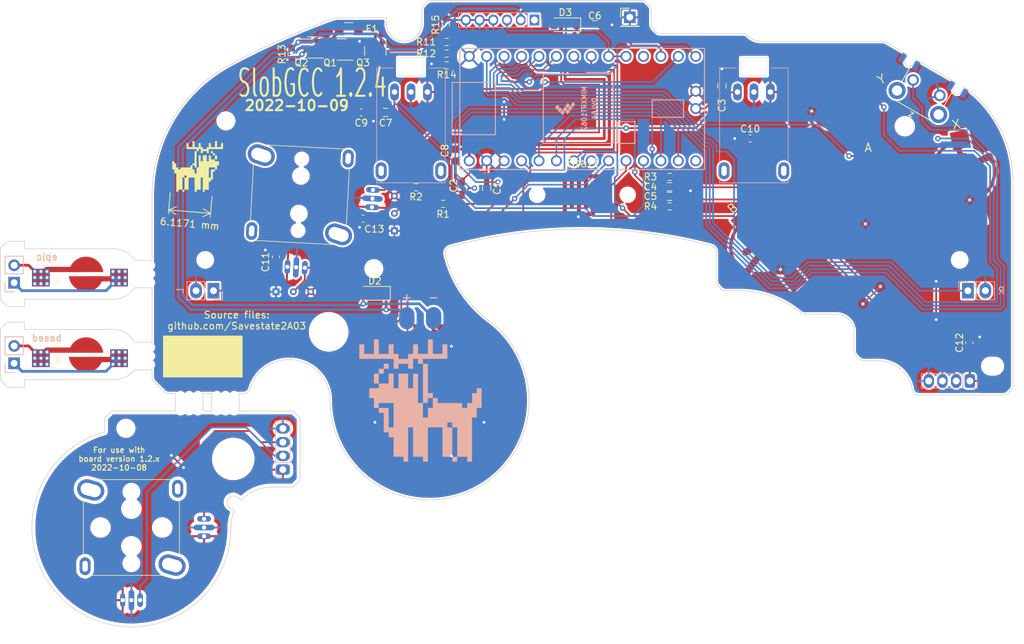
<source format=kicad_pcb>
(kicad_pcb (version 20211014) (generator pcbnew)
  (layers (0 "F.Cu" signal) (31 "B.Cu" signal) (36 "B.SilkS" user "B.Silkscreen") (37 "F.SilkS" user "F.Silkscreen") (38 "B.Mask" user) (39 "F.Mask" user) (44 "Edge.Cuts" user))
  (net 0 "")
  (net 1 "GND")
  (net 2 "+3V3")
  (net 3 "/C_x")
  (net 4 "/C_y")
  (net 5 "/A")
  (net 6 "/B")
  (net 7 "/X")
  (net 8 "/Y")
  (net 9 "/R")
  (net 10 "/Start")
  (net 11 "/Z")
  (net 12 "/Dleft")
  (net 13 "/Dup")
  (net 14 "/Dright")
  (net 15 "/Ddown")
  (net 16 "/Lanalog")
  (net 17 "/Ranalog")
  (net 18 "/Stick_x")
  (net 19 "/Stick_y")
  (net 20 "/L")
  (net 21 "/Stick_x_filt")
  (net 22 "/Stick_y_filt")
  (net 23 "+5V")
  (net 25 "/Rumble")
  (net 27 "/C_x_filt")
  (net 28 "/C_y_filt")
  (net 29 "Net-(Q1-Pad1)")
  (net 30 "Net-(C6-Pad1)")
  (net 31 "Net-(F1-Pad2)")
  (net 32 "Net-(Q1-Pad3)")
  (net 33 "/Brake")
  (net 34 "Net-(Q3-Pad1)")
  (net 35 "Net-(D2-Pad2)")
  (net 36 "/Data")
  (net 38 "VCC")
  (net 39 "Net-(J4-Pad2)")
  (net 40 "Net-(J4-Pad3)")
  (net 41 "Net-(J6-Pad1)")
  (net 42 "Net-(J6-Pad2)")
  (net 43 "Net-(J7-Pad1)")
  (net 44 "Net-(J7-Pad2)")
  (footprint "PhobGCC_Footprints:ABXY_Contact_Omron_Switch" (layer "F.Cu") (at 152.24 51.08)
    (fp_text reference "SW1" hide)
    (fp_text value "A")
  )
  (footprint "PhobGCC_Footprints:ABXY_Contact_Omron_Switch" (layer "F.Cu") (at 137.04 58.78 41)
    (fp_text reference "SW2" hide)
    (fp_text value "B")
  )
  (footprint "PhobGCC_Footprints:Z_Switch_Edge_Omron" (layer "F.Cu") (at 161.141443 35.505 -30)
    (fp_text reference "SW8" hide)
    (fp_text value "Z")
  )
  (footprint "PhobGCC_Footprints:Dpad_Contact_TL3315NF_2" (layer "F.Cu") (at 80.74 81.13 180)
    (fp_text reference "SW9" hide)
    (fp_text value "Dleft" hide)
  )
  (footprint "PhobGCC_Footprints:Dpad_Contact_TL3315NF_2" (layer "F.Cu") (at 88.69 73.18 -90)
    (fp_text reference "SW10" hide)
    (fp_text value "Dup" hide)
  )
  (footprint "PhobGCC_Footprints:Dpad_Contact_TL3315NF_2" (layer "F.Cu") (at 96.64 81.13 180)
    (fp_text reference "SW11" hide)
    (fp_text value "Dright" hide)
  )
  (footprint "PhobGCC_Footprints:Dpad_Contact_TL3315NF_2" (layer "F.Cu") (at 88.69 89.08 -90)
    (fp_text reference "SW12" hide)
    (fp_text value "Ddown" hide)
  )
  (footprint "PhobGCC_Footprints:C_0603_1608Metric_Pad1.08x0.95mm_HandSolder" (layer "F.Cu") (at 66.294 60.198 90)
    (fp_text reference "C11")
    (fp_text value "1u")
  )
  (footprint "PhobGCC_Footprints:GCC_Stickbox_2" (layer "F.Cu") (at 69.795083 51.128232 177)
    (fp_text reference "U2" hide)
    (fp_text value "2x DRV5053CAQLPGM Hall Effect Sensors")
  )
  (footprint "PhobGCC_Footprints:C_0603_HandSoldering" (layer "F.Cu") (at 93.472 50.165 90)
    (fp_text reference "C2")
    (fp_text value "0.047u")
  )
  (footprint "PhobGCC_Footprints:C_0603_HandSoldering" (layer "F.Cu") (at 97.028 50.165 90)
    (fp_text reference "C1")
    (fp_text value "0.047u")
  )
  (footprint "PhobGCC_Footprints:C_0603_HandSoldering" (layer "F.Cu") (at 82.296 39.116 180)
    (fp_text reference "C7")
    (fp_text value "0.047u")
  )
  (footprint "PhobGCC_Footprints:C_0603_HandSoldering" (layer "F.Cu") (at 131.318 35.24 90)
    (fp_text reference "C3")
    (fp_text value "0.047u")
  )
  (footprint "PhobGCC_Footprints:C_0603_HandSoldering" (layer "F.Cu") (at 123.698 49.9618)
    (fp_text reference "C4")
    (fp_text value "0.047u")
  )
  (footprint "PhobGCC_Footprints:Start_Contact" (layer "F.Cu") (at 110.99 51.18)
    (fp_text reference "SW5" hide)
    (fp_text value "Start")
  )
  (footprint "PhobGCC_Footprints:ABXY_Contact_Omron_Switch" (layer "F.Cu") (at 148.24 36.98 -63)
    (fp_text reference "SW4" hide)
    (fp_text value "Y")
  )
  (footprint "PhobGCC_Footprints:PinHeader_1x01_P2.54mm_Vertical" (layer "F.Cu") (at 117.89 25.23)
    (fp_text reference "J3" hide)
    (fp_text value "Conn_01x01_Male")
  )
  (footprint "PhobGCC_Footprints:MountingHole_5.2mm" (layer "F.Cu") (at 73.99 71.13)
    (fp_text reference "H1" hide)
    (fp_text value "5.2mm")
  )
  (footprint "PhobGCC_Footprints:MountingHole_2.0mm" (layer "F.Cu") (at 55.99 60.63)
    (fp_text reference "H3" hide)
    (fp_text value "2mm")
  )
  (footprint "PhobGCC_Footprints:MountingHole_1.8mm" (layer "F.Cu") (at 104.39 51.13)
    (fp_text reference "H5" hide)
    (fp_text value "1.8mm")
  )
  (footprint "PhobGCC_Footprints:MountingHole_1.8mm" (layer "F.Cu") (at 117.59 51.13)
    (fp_text reference "H6" hide)
    (fp_text value "1.8mm")
  )
  (footprint "PhobGCC_Footprints:MountingHole_2.4mm" (layer "F.Cu") (at 157.99 41.13)
    (fp_text reference "H7" hide)
    (fp_text value "2.4mm")
  )
  (footprint "PhobGCC_Footprints:MountingHole_2.0mm" (layer "F.Cu") (at 165.99 60.63)
    (fp_text reference "H4" hide)
    (fp_text value "2mm")
  )
  (footprint "PhobGCC_Footprints:MountingHole_2.2mm" (layer "F.Cu") (at 59.006622 40.346621)
    (fp_text reference "H8" hide)
    (fp_text value "2.2mm")
  )
  (footprint "PhobGCC_Footprints:ABXY_Contact_Omron_Switch" (layer "F.Cu") (at 166.54 47.68 12)
    (fp_text reference "SW3" hide)
    (fp_text value "X")
  )
  (footprint "PhobGCC_Footprints:Slot" (layer "F.Cu") (at 170.79 76.13)
    (fp_text reference "H2" hide)
    (fp_text value "Slot")
  )
  (footprint "PhobGCC_Footprints:MountingHole_2.2mm" (layer "F.Cu") (at 80.573378 61.913378)
    (fp_text reference "H9" hide)
    (fp_text value "2.2mm")
  )
  (footprint "PhobGCC_Footprints:C_0603_HandSoldering" (layer "F.Cu") (at 123.698 51.3588)
    (fp_text reference "C5")
    (fp_text value "0.047u")
  )
  (footprint "PhobGCC_Footprints:R_0603_1608Metric_Pad0.98x0.95mm_HandSolder" (layer "F.Cu") (at 86.741 50.038 180)
    (fp_text reference "R2")
    (fp_text value "2k")
  )
  (footprint "PhobGCC_Footprints:R_0603_1608Metric_Pad0.98x0.95mm_HandSolder" (layer "F.Cu") (at 90.678 52.451 180)
    (fp_text reference "R1")
    (fp_text value "2k")
  )
  (footprint "PhobGCC_Footprints:C_0603_HandSoldering" (layer "F.Cu") (at 112.79 26.33)
    (fp_text reference "C6")
    (fp_text value "10u")
  )
  (footprint "PhobGCC_Footprints:C_0603_1608Metric_Pad1.08x0.95mm_HandSolder" (layer "F.Cu") (at 92.456 45.339 -90)
    (fp_text reference "C8")
    (fp_text value "1u")
  )
  (footprint "PhobGCC_Footprints:C_0603_1608Metric_Pad1.08x0.95mm_HandSolder" (layer "F.Cu") (at 167.39 72.73 90)
    (fp_text reference "C12")
    (fp_text value "1u")
  )
  (footprint "PhobGCC_Footprints:C_0603_1608Metric_Pad1.08x0.95mm_HandSolder" (layer "F.Cu") (at 135.44 42.926 180)
    (fp_text reference "C10")
    (fp_text value "1u")
  )
  (footprint "PhobGCC_Footprints:Fuse_1206_3216Metric" (layer "F.Cu") (at 76.9275 26.93)
    (fp_text reference "F1")
    (fp_text value "Fuse")
  )
  (footprint "PhobGCC_Footprints:R_0603_1608Metric_Pad0.98x0.95mm_HandSolder" (layer "F.Cu") (at 91.19 32.23)
    (fp_text reference "R14")
    (fp_text value "10k")
  )
  (footprint "PhobGCC_Footprints:C_0603_1608Metric_Pad1.08x0.95mm_HandSolder" (layer "F.Cu") (at 78.994 54.61 180)
    (fp_text reference "C13")
    (fp_text value "1u")
  )
  (footprint "PhobGCC_Footprints:Trigger_Contact" (layer "F.Cu") (at 38.61715 62.712 180)
    (fp_text reference "SW13" hide)
    (fp_text value "L")
  )
  (footprint "PhobGCC_Footprints:breakaway-mousebites-double" (layer "F.Cu") (at 48.245 62.459 90)
    (fp_text reference "H17" hide)
    (fp_text value "MouseBiteRA" hide)
    (fp_line (start -2.233 -2.537893) (end -2.233 0.002107) (layer "Edge.Cuts") (width 0.1))
    (fp_line (start 1.767 -2.537893) (end 1.767 0.002107) (layer "Edge.Cuts") (width 0.1))
  )
  (footprint "PhobGCC_Footprints:R_0603_1608Metric_Pad0.98x0.95mm_HandSolder" (layer "F.Cu") (at 123.698 48.514)
    (fp_text reference "R3")
    (fp_text value "2k")
  )
  (footprint "PhobGCC_Footprints:Trigger_Contact" (layer "F.Cu") (at 38.61715 74.480503 180)
    (fp_text reference "SW14" hide)
    (fp_text value "R")
  )
  (footprint "PhobGCC_Footprints:R_0603_1608Metric_Pad0.98x0.95mm_HandSolder" (layer "F.Cu") (at 123.698 52.832)
    (fp_text reference "R4")
    (fp_text value "2k")
  )
  (footprint "PhobGCC_Footprints:D_SOD-123" (layer "F.Cu") (at 108.487 26.33 180)
    (fp_text reference "D3")
    (fp_text value "M7C")
  )
  (footprint "PhobGCC_Footprints:SOT-23" (layer "F.Cu") (at 80.79 30.13 -90)
    (fp_text reference "Q3")
    (fp_text value "Q_NMOS_GSD")
  )
  (footprint "PhobGCC_Footprints:R_0603_1608Metric_Pad0.98x0.95mm_HandSolder" (layer "F.Cu") (at 68.59 30.63 90)
    (fp_text reference "R13")
    (fp_text value "10k")
  )
  (footprint "PhobGCC_Footprints:breakaway-mousebites-double" (layer "F.Cu") (at 53.878 82.67785)
    (fp_text reference "H14" hide)
    (fp_text value "MouseBite" hide)
    (fp_line (start -2.233 -2.537893) (end -2.233 0.002107) (layer "Edge.Cuts") (width 0.1))
    (fp_line (start 1.767 -2.537893) (end 1.767 0.002107) (layer "Edge.Cuts") (width 0.1))
  )
  (footprint "PhobGCC_Footprints:C_0603_1608Metric_Pad1.08x0.95mm_HandSolder" (layer "F.Cu") (at 78.74 39.116)
    (fp_text reference "C9")
    (fp_text value "1u")
  )
  (footprint "Library:testing pads" (layer "F.Cu") (at 68.834 65.278)
    (fp_text reference "TSTP1" hide)
    (fp_text value "testing pads" hide)
  )
  (footprint "PhobGCC_Footprints:R_0603_1608Metric_Pad0.98x0.95mm_HandSolder" (layer "F.Cu") (at 91.09 26.3175 -90)
    (fp_text reference "R15")
    (fp_text value "10k")
  )
  (footprint "Library:testing pads" (layer "F.Cu") (at 83.566 53.848 90)
    (fp_text reference "TSTP2" hide)
    (fp_text value "testing pads" hide)
  )
  (footprint "PhobGCC_Footprints:GCC_Stickbox_Hall_Only" (layer "F.Cu") (at 45.224 99.681 180)
    (fp_text reference "U5" hide)
    (fp_text value "Stickbox_Assembly")
  )
  (footprint "Library:deer8" (layer "F.Cu") (at 54.737 46.99)
    (fp_text reference "GDEER2" hide)
    (fp_text value "LOGO" hide)
  )
  (footprint "PhobGCC_Footprints:breakaway-mousebites-double" (layer "F.Cu") (at 48.245 74.431 90)
    (fp_text reference "H16" hide)
    (fp_text value "MouseBiteLA" hide)
    (fp_line (start -2.233 -2.537893) (end -2.233 0.002107) (layer "Edge.Cuts") (width 0.1))
    (fp_line (start 1.767 -2.537893) (end 1.767 0.002107) (layer "Edge.Cuts") (width 0.1))
  )
  (footprint "PhobGCC_Footprints:MountingHole_5.2mm" (layer "F.Cu") (at 60.074 89.681)
    (fp_text reference "H11" hide)
    (fp_text value "MountingHole")
  )
  (footprint "PhobGCC_Footprints:SOT-23" (layer "F.Cu") (at 75.89 29.93 180)
    (fp_text reference "Q1")
    (fp_text value "Q_NMOS_GSD")
  )
  (footprint "PhobGCC_Footprints:D_SOD-123" (layer "F.Cu") (at 80.72 65.51 180)
    (fp_text reference "D2")
    (fp_text value "M7C")
  )
  (footprint "PhobGCC_Footprints:MountingHole_2.0mm" (layer "F.Cu") (at 49.724 99.681)
    (fp_text reference "H13" hide)
    (fp_text value "MountingHole")
  )
  (footprint "PhobGCC_Footprints:R_0603_1608Metric_Pad0.98x0.95mm_HandSolder" (layer "F.Cu") (at 91.19 28.83 180)
    (fp_text reference "R11")
    (fp_text value "100R")
  )
  (footprint "PhobGCC_Footprints:breakaway-mousebites-double" (layer "F.Cu") (at 59.179 82.67785)
    (fp_text reference "H15" hide)
    (fp_text value "MouseBite" hide)
    (fp_line (start 1.767 -2.537893) (end 1.767 0.002107) (layer "Edge.Cuts") (width 0.1))
    (fp_line (start -2.233 -2.537893) (end -2.233 0.002107) (layer "Edge.Cuts") (width 0.1))
  )
  (footprint "PhobGCC_Footprints:MountingHole_2.0mm" (layer "F.Cu") (at 40.724 99.681)
    (fp_text reference "H12" hide)
    (fp_text value "MountingHole")
  )
  (footprint "PhobGCC_Footprints:MountingHole_1.8mm" (layer "F.Cu") (at 44.424 85.206)
    (fp_text reference "H10" hide)
    (fp_text value "MountingHole")
  )
  (footprint "PhobGCC_Footprints:SOT-23" (layer "F.Cu") (at 71.59 29.63 180)
    (fp_text reference "Q2")
    (fp_text value "Q_PMOS_GDS")
  )
  (footprint "PhobGCC_Footprints:R_0603_1608Metric_Pad0.98x0.95mm_HandSolder" (layer "F.Cu") (at 91.19 30.53 180)
    (fp_text reference "R12")
    (fp_text value "100R")
  )
  (footprint "PhobGCC_Footprints:Pin_Header_Straight_1x02_Pitch2.54mm" (layer "B.Cu") (at 57.19 65.13 90)
    (fp_text reference "SW6" hide)
    (fp_text value "L")
  )
  (footprint "PhobGCC_Footprints:Pin_Header_Straight_1x02_Pitch2.54mm" (layer "B.Cu") (at 167.19 65.13 -90)
    (fp_text reference "SW7" hide)
    (fp_text value "R")
  )
  (footprint "PhobGCC_Footprints:GCC_Slider" (layer "B.Cu") (at 135.99 36.13 180)
    (fp_text reference "RV2" hide)
    (fp_text value "R_POT_MountingPin")
  )
  (footprint "PhobGCC_Footprints:GCC_Slider" (layer "B.Cu") (at 85.99 36.13 180)
    (fp_text reference "RV1" hide)
    (fp_text value "R_POT_MountingPin")
  )
  (footprint "PhobGCC_Footprints:PinHeader_1x04_P2.00mm_Vertical" (layer "B.Cu") (at 167.478 78.298 90)
    (fp_text reference "J2" hide)
    (fp_text value "Conn_01x04_Female")
  )
  (footprint "PhobGCC_Footprints:GCC_Header_Straight_1x06_Pitch2.00mm" (layer "B.Cu") (at 103.99 25.63 90)
    (fp_text reference "J1" hide)
    (fp_text value "Conn_01x06_Female")
  )
  (footprint "PhobGCC_Footprints:Teensy40_Edge_Pins" (layer "B.Cu") (at 111 38.553)
    (fp_text reference "U1" hide)
    (fp_text value "Teensy4.0")
  )
  (footprint "PhobGCC_Footprints:PinHeader_1x04_P2.00mm_Vertical" (layer "B.Cu") (at 67.31 91.23)
    (fp_text reference "J4" hide)
    (fp_text value "Conn_01x04_Male")
  )
  (footprint "PhobGCC_Footprints:Pin_Header_Straight_1x02_Pitch2.54mm" (layer "B.Cu") (at 28.13215 63.956997)
    (fp_text reference "J6" hide)
    (fp_text value "L" hide)
  )
  (footprint "PhobGCC_Footprints:rumble_pins" (layer "B.Cu") (at 86.182 69.118 -90)
    (fp_text reference "J5" hide)
    (fp_text value "Rumble" hide)
  )
  (footprint "PhobGCC_Footprints:Pin_Header_Straight_1x02_Pitch2.54mm" (layer "B.Cu") (at 28.13215 75.7255)
    (fp_text reference "J7" hide)
    (fp_text value "R" hide)
  )
  (footprint "Library:deer4" (layer "B.Cu") (at 87.736 81.153 180)
    (fp_text reference "GDEER1" hide)
    (fp_text value "LOGO" hide)
  )
  (gr_poly (pts (xy 61.39 77.73) (xy 49.89 77.73) (xy 49.89 71.73) (xy 61.39 71.73)) (layer "F.SilkS") (width 0.1) (fill solid))
  (gr_line (start 84.09 33.73) (end 84.09 31.13) (layer "Edge.Cuts") (width 0.05))
  (gr_line (start 134.09 33.73) (end 134.09 31.13) (layer "Edge.Cuts") (width 0.05))
  (gr_arc (start 42.41715 59.017) (mid 44.281509 59.423605) (end 45.707107 60.692) (layer "Edge.Cuts") (width 0.1))
  (gr_line (start 29.61715 70.785503) (end 29.61715 69.710503) (layer "Edge.Cuts") (width 0.1))
  (gr_line (start 160.050995 80.337107) (end 172.332892 80.337107) (layer "Edge.Cuts") (width 0.1))
  (gr_line (start 165.087895 35.462132) (end 165.486672 34.768607) (layer "Edge.Cuts") (width 0.1))
  (gr_arc (start 45.707107 76.664) (mid 44.232373 77.780381) (end 42.41715 78.135503) (layer "Edge.Cuts") (width 0.1))
  (gr_arc (start 50.663 80.14) (mid 50.2794 80.062099) (end 49.954213 79.844213) (layer "Edge.Cuts") (width 0.1))
  (gr_line (start 51.645 80.139957) (end 50.663 80.14) (layer "Edge.Cuts") (width 0.1))
  (gr_line (start 150.597106 71.137107) (end 150.597106 73.922893) (layer "Edge.Cuts") (width 0.1))
  (gr_line (start 152.011319 75.337107) (end 154.134915 75.337107) (layer "Edge.Cuts") (width 0.1))
  (gr_line (start 29.61715 78.135503) (end 42.41715 78.135503) (layer "Edge.Cuts") (width 0.1))
  (gr_line (start 69.824 83.681) (end 68.823552 82.68) (layer "Edge.Cuts") (width 0.1))
  (gr_line (start 158.464731 30.730991) (end 155.228573 28.8702) (layer "Edge.Cuts") (width 0.1))
  (gr_line (start 27.11715 79.210503) (end 29.61715 79.210503) (layer "Edge.Cuts") (width 0.1))
  (gr_arc (start 166.214873 36.110144) (mid 165.327391 36.349593) (end 165.087895 35.462132) (layer "Edge.Cuts") (width 0.1))
  (gr_line (start 134.09 31.13) (end 137.89 31.13) (layer "Edge.Cuts") (width 0.05))
  (gr_line (start 26.11715 78.210503) (end 26.11715 70.710503) (layer "Edge.Cuts") (width 0.1))
  (gr_arc (start 48.247105 51.137105) (mid 51.28857 40.099145) (end 59.554446 32.176874) (layer "Edge.Cuts") (width 0.1))
  (gr_line (start 27.11715 57.942) (end 26.11715 58.942) (layer "Edge.Cuts") (width 0.1))
  (gr_line (start 29.61715 59.017) (end 42.41715 59.017) (layer "Edge.Cuts") (width 0.1))
  (gr_line (start 173.039999 80.044213) (end 173.454212 79.63) (layer "Edge.Cuts") (width 0.1))
  (gr_line (start 159.591709 31.379003) (end 159.192932 32.072529) (layer "Edge.Cuts") (width 0.1))
  (gr_line (start 29.61715 79.210503) (end 29.61715 78.135503) (layer "Edge.Cuts") (width 0.1))
  (gr_line (start 87.89 33.73) (end 84.09 33.73) (layer "Edge.Cuts") (width 0.05))
  (gr_arc (start 129.749616 58.543703) (mid 130.288467 58.899951) (end 130.497106 59.511297) (layer "Edge.Cuts") (width 0.1))
  (gr_line (start 42.324 82.677107) (end 41.324 83.681) (layer "Edge.Cuts") (width 0.1))
  (gr_arc (start 90.998864 59.88648) (mid 91.11047 59.140884) (end 91.710992 58.685076) (layer "Edge.Cuts") (width 0.1))
  (gr_arc (start 87.597106 26.137107) (mid 84.997106 28.737107) (end 82.397106 26.137107) (layer "Edge.Cuts") (width 0.1))
  (gr_line (start 87.597106 24.180963) (end 87.597106 26.137107) (layer "Edge.Cuts") (width 0.1))
  (gr_arc (start 87.597106 24.180963) (mid 87.673239 23.798288) (end 87.889999 23.473856) (layer "Edge.Cuts") (width 0.1))
  (gr_line (start 166.997106 35.637107) (end 166.61365 35.41662) (layer "Edge.Cuts") (width 0.1))
  (gr_arc (start 131.911318 65.137107) (mid 131.52863 65.060993) (end 131.204212 64.844213) (layer "Edge.Cuts") (width 0.1))
  (gr_line (start 26.11715 66.442) (end 27.11715 67.442) (layer "Edge.Cuts") (width 0.1))
  (gr_line (start 29.61715 59.017) (end 29.61715 57.942) (layer "Edge.Cuts") (width 0.1))
  (gr_arc (start 91.710992 58.685077) (mid 110.721099 56.137622) (end 129.749616 58.543703) (layer "Edge.Cuts") (width 0.1))
  (gr_arc (start 136.997106 28.737107) (mid 135.981532 28.530562) (end 135.127319 27.943733) (layer "Edge.Cuts") (width 0.1))
  (gr_arc (start 59.724 99.681) (mid 59.862523 98.40965) (end 60.271893 97.198069) (layer "Edge.Cuts") (width 0.1))
  (gr_line (start 27.11715 67.442) (end 29.61715 67.442) (layer "Edge.Cuts") (width 0.1))
  (gr_arc (start 42.41715 70.785503) (mid 44.331416 71.25314) (end 45.707107 72.664) (layer "Edge.Cuts") (width 0.1))
  (gr_line (start 59.571382 96.731563) (end 60.271893 97.198069) (layer "Edge.Cuts") (width 0.1))
  (gr_line (start 130.789999 64.43) (end 131.204212 64.844213) (layer "Edge.Cuts") (width 0.1))
  (gr_line (start 55.645 82.679957) (end 56.946 82.679957) (layer "Edge.Cuts") (width 0.1))
  (gr_line (start 41.324 83.681) (end 41.324 85.715328) (layer "Edge.Cuts") (width 0.1))
  (gr_line (start 29.61715 70.785503) (end 42.41715 70.785503) (layer "Edge.Cuts") (width 0.1))
  (gr_line (start 61.568 82.68) (end 60.946 82.679957) (layer "Edge.Cuts") (width 0.1))
  (gr_line (start 48.247107 60.692) (end 48.247 51.137105) (layer "Edge.Cuts") (width 0.1))
  (gr_line (start 51.645 82.679957) (end 42.324 82.677107) (layer "Edge.Cuts") (width 0.1))
  (gr_arc (start 120.704213 23.473856) (mid 120.920997 23.798278) (end 120.997106 24.180963) (layer "Edge.Cuts") (width 0.1))
  (gr_line (start 150.889999 74.63) (end 151.304212 75.044213) (layer "Edge.Cuts") (width 0.1))
  (gr_line (start 55.645 80.139957) (end 56.946 80.139957) (layer "Edge.Cuts") (width 0.1))
  (gr_arc (start 166.997106 35.637107) (mid 171.965561 41.590379) (end 173.747106 49.137107) (layer "Edge.Cuts") (width 0.1))
  (gr_arc (start 59.571382 96.731563) (mid 59.321147 95.483667) (end 60.5691 95.233378) (layer "Edge.Cuts") (width 0.1))
  (gr_arc (start 74.833548 25.368395) (mid 74.999242 25.3248) (end 75.169945 25.310115) (layer "Edge.Cuts") (width 0.1))
  (gr_line (start 88.304212 23.059643) (end 87.889999 23.473856) (layer "Edge.Cuts") (width 0.1))
  (gr_arc (start 133.997106 65.137106) (mid 138.639987 65.953411) (end 142.725996 68.304417) (layer "Edge.Cuts") (width 0.1))
  (gr_arc (start 143.367271 68.537106) (mid 143.026183 68.477127) (end 142.725996 68.304417) (layer "Edge.Cuts") (width 0.1))
  (gr_line (start 166.61365 35.41662) (end 166.214873 36.110145) (layer "Edge.Cuts") (width 0.1))
  (gr_line (start 137.89 31.13) (end 137.89 33.73) (layer "Edge.Cuts") (width 0.05))
  (gr_line (start 120.997106 26.224375) (end 120.997106 24.180963) (layer "Edge.Cuts") (width 0.1))
  (gr_arc (start 122.411319 27.638589) (mid 122.028632 27.562474) (end 121.704212 27.345696) (layer "Edge.Cuts") (width 0.1))
  (gr_line (start 82.397106 25.310115) (end 75.169945 25.310115) (layer "Edge.Cuts") (width 0.1))
  (gr_line (start 68.824 93.781) (end 69.824 92.781) (layer "Edge.Cuts") (width 0.1))
  (gr_line (start 29.61715 67.442) (end 29.61715 66.367) (layer "Edge.Cuts") (width 0.1))
  (gr_line (start 120.704212 23.473856) (end 120.289999 23.059643) (layer "Edge.Cuts") (width 0.1))
  (gr_arc (start 62.525292 79.424399) (mid 69.101065 75.238705) (end 74.197105 81.137107) (layer "Edge.Cuts") (width 0.1))
  (gr_line (start 84.09 31.13) (end 87.89 31.13) (layer "Edge.Cuts") (width 0.05))
  (gr_arc (start 154.134914 75.337106) (mid 157.362391 76.518299) (end 159.064982 79.503773) (layer "Edge.Cuts") (width 0.1))
  (gr_line (start 165.486672 34.768607) (end 159.591709 31.379003) (layer "Edge.Cuts") (width 0.1))
  (gr_arc (start 45.707107 64.692) (mid 44.277447 65.952421) (end 42.41715 66.367) (layer "Edge.Cuts") (width 0.1))
  (gr_arc (start 121.289999 26.931482) (mid 121.073233 26.607057) (end 120.997106 26.224375) (layer "Edge.Cuts") (width 0.1))
  (gr_line (start 130.497106 59.511297) (end 130.497106 63.722893) (layer "Edge.Cuts") (width 0.1))
  (gr_line (start 48.247107 64.692) (end 48.247107 72.664) (layer "Edge.Cuts") (width 0.1))
  (gr_arc (start 97.361544 69.510519) (mid 95.201553 94.096358) (end 74.197105 81.137107) (layer "Edge.Cuts") (width 0.1))
  (gr_arc (start 88.304212 23.059642) (mid 88.628634 22.842865) (end 89.011319 22.766749) (layer "Edge.Cuts") (width 0.1))
  (gr_line (start 82.397106 26.137107) (end 82.397106 25.310115) (layer "Edge.Cuts") (width 0.1))
  (gr_arc (start 152.011318 75.337107) (mid 151.62863 75.260993) (end 151.304212 75.044213) (layer "Edge.Cuts") (width 0.1))
  (gr_line (start 134.40817 27.638589) (end 122.411319 27.638589) (layer "Edge.Cuts") (width 0.1))
  (gr_line (start 69.824 92.781) (end 69.824 83.681) (layer "Edge.Cuts") (width 0.1))
  (gr_arc (start 59.554445 32.176874) (mid 67.06439 28.481781) (end 74.833548 25.368394) (layer "Edge.Cuts") (width 0.1))
  (gr_line (start 173.747106 78.922893) (end 173.747106 49.137107) (layer "Edge.Cuts") (width 0.1))
  (gr_arc (start 150.889999 74.63) (mid 150.673227 74.305576) (end 150.597106 73.922893) (layer "Edge.Cuts") (width 0.1))
  (gr_arc (start 160.050994 80.337107) (mid 159.405498 80.100868) (end 159.064982 79.503773) (layer "Edge.Cuts") (width 0.1))
  (gr_arc (start 61.26961 95.699883) (mid 63.244622 94.281651) (end 65.624 93.781) (layer "Edge.Cuts") (width 0.1))
  (gr_line (start 119.582892 22.766749) (end 89.011319 22.766749) (layer "Edge.Cuts") (width 0.1))
  (gr_line (start 154.730102 28.737107) (end 136.997106 28.737107) (layer "Edge.Cuts") (width 0.1))
  (gr_line (start 87.89 31.13) (end 87.89 33.73) (layer "Edge.Cuts") (width 0.05))
  (gr_line (start 48.54 78.43) (end 49.954213 79.844213) (layer "Edge.Cuts") (width 0.1))
  (gr_line (start 158.065954 31.424516) (end 158.464731 30.730991) (layer "Edge.Cuts") (width 0.1))
  (gr_arc (start 159.192932 32.072528) (mid 158.30537 32.312031) (end 158.065954 31.424516) (layer "Edge.Cuts") (width 0.1))
  (gr_line (start 26.11715 78.210503) (end 27.11715 79.210503) (layer "Edge.Cuts") (width 0.1))
  (gr_line (start 29.61715 66.367) (end 42.41715 66.367) (layer "Edge.Cuts") (width 0.1))
  (gr_line (start 137.89 33.73) (end 134.09 33.73) (layer "Edge.Cuts") (width 0.05))
  (gr_arc (start 173.039999 80.044214) (mid 172.715575 80.260983) (end 172.332892 80.337107) (layer "Edge.Cuts") (width 0.1))
  (gr_arc (start 173.747106 78.922894) (mid 173.670988 79.305579) (end 173.454212 79.63) (layer "Edge.Cuts") (width 0.1))
  (gr_arc (start 119.582893 22.766749) (mid 119.965575 22.84287) (end 120.289999 23.059643) (layer "Edge.Cuts") (width 0.1))
  (gr_arc (start 97.361543 69.510519) (mid 93.338817 65.25476) (end 90.998865 59.886481) (layer "Edge.Cuts") (width 0.1))
  (gr_arc (start 147.997106 68.537107) (mid 149.835577 69.298632) (end 150.597106 71.137107) (layer "Edge.Cuts") (width 0.1))
  (gr_line (start 48.247107 76.664) (end 48.247 77.722893) (layer "Edge.Cuts") (width 0.1))
  (gr_arc (start 134.40817 27.638589) (mid 134.798782 27.71802) (end 135.127319 27.943733) (layer "Edge.Cuts") (width 0.1))
  (gr_line (start 26.11715 66.442) (end 26.11715 58.942) (layer "Edge.Cuts") (width 0.1))
  (gr_arc (start 59.724 99.681) (mid 36.457169 111.231438) (end 41.324 85.715328) (layer "Edge.Cuts") (width 0.1))
  (gr_line (start 61.568 82.68) (end 68.823552 82.68) (layer "Edge.Cuts") (width 0.1))
  (gr_line (start 27.11715 69.710503) (end 26.11715 70.710503) (layer "Edge.Cuts") (width 0.1))
  (gr_line (start 27.11715 57.942) (end 29.61715 57.942) (layer "Edge.Cuts") (width 0.1))
  (gr_line (start 61.57 80.14) (end 60.946 80.139957) (layer "Edge.Cuts") (width 0.1))
  (gr_arc (start 154.730102 28.737106) (mid 154.988068 28.770953) (end 155.228573 28.8702) (layer "Edge.Cuts") (width 0.1))
  (gr_line (start 121.704212 27.345696) (end 121.289999 26.931482) (layer "Edge.Cuts") (width 0.1))
  (gr_arc (start 62.525291 79.424399) (mid 62.165501 79.93954) (end 61.57 80.14) (layer "Edge.Cuts") (width 0.1))
  (gr_line (start 27.11715 69.710503) (end 29.61715 69.710503) (layer "Edge.Cuts") (width 0.1))
  (gr_line (start 143.367271 68.537107) (end 147.997106 68.537107) (layer "Edge.Cuts") (width 0.1))
  (gr_arc (start 130.789999 64.43) (mid 130.573227 64.105576) (end 130.497106 63.722893) (layer "Edge.Cuts") (width 0.1))
  (gr_arc (start 48.539999 78.43) (mid 48.323204 78.105577) (end 48.247 77.722893) (layer "Edge.Cuts") (width 0.1))
  (gr_line (start 65.624 93.781) (end 68.824 93.781) (layer "Edge.Cuts") (width 0.1))
  (gr_line (start 61.26961 95.699883) (end 60.5691 95.233378) (layer "Edge.Cuts") (width 0.1))
  (gr_line (start 131.911319 65.137107) (end 133.997106 65.137107) (layer "Edge.Cuts") (width 0.1))
  (gr_text "based" (at 32.893 72.009) (layer "B.SilkS") (effects (font (size 1 1)) (justify mirror)))
  (gr_text "epic" (at 32.893 60.198) (layer "B.SilkS") (effects (font (size 1 1)) (justify mirror)))
  (gr_text "epic" (at 32.893 60.198) (layer "F.SilkS") (effects (font (size 1 1))))
  (gr_text "For use with\nboard version 1.2.x\n2022-10-08" (at 43.434 89.662) (layer "F.SilkS") (effects (font (size 0.8 0.8))))
  (gr_text "based" (at 32.893 72.009) (layer "F.SilkS") (effects (font (size 1 1))))
  (gr_text "2022-10-09\n" (at 69.342 38.1) (layer "F.SilkS") (effects (font (size 1.5 1.5) (thickness 0.3))))
  (gr_text "SlobGCC 1.2.4" (at 71.593 34.85) (layer "F.SilkS") (effects (font (size 4 2) (thickness 0.3))))
  (gr_text "Source files:\ngithub.com/Savestate2A03" (at 60.59 69.469) (layer "F.SilkS") (effects (font (size 1 1))))
  (dimension (type aligned) (layer "F.SilkS") (pts (xy 50.925248 50.313021) (xy 57.021248 50.821021)) (height 3.037471) (gr_text "6.1171 mm" (at 53.721 55.372 355.2363583) (layer "F.SilkS") (effects (font (size 1 1) (thickness 0.15)))) (format (units 3) (units_format 1) (precision 4)) (style (thickness 0.12) (arrow_length 1.27) (text_position_mode 2) (extension_height 0.58642) (extension_offset 0.5) keep_text_aligned))
  (segment (start 79.2525 29.1925) (end 78.79 28.73) (width 0.4) (layer "F.Cu") (net 1))
  (segment (start 94.742 47.752) (end 97.028 47.752) (width 0.25) (layer "F.Cu") (net 1))
  (segment (start 133.19 42.926) (end 134.5775 42.926) (width 0.4) (layer "F.Cu") (net 1))
  (segment (start 167.267 71.882) (end 168.91 71.882) (width 0.25) (layer "F.Cu") (net 1))
  (segment (start 81.346 39.558) (end 80.518 40.386) (width 0.25) (layer "F.Cu") (net 1))
  (segment (start 93.03 49.215) (end 93.472 49.215) (width 0.4) (layer "F.Cu") (net 1))
  (segment (start 97.028 47.752) (end 97.028 46.175) (width 0.25) (layer "F.Cu") (net 1))
  (segment (start 128.833 38.553) (end 127.51 38.553) (width 0.25) (layer "F.Cu") (net 1))
  (segment (start 124.648 49.9618) (end 126.1618 49.9618) (width 0.25) (layer "F.Cu") (net 1))
  (segment (start 79.84 29.1925) (end 79.2525 29.1925) (width 0.4) (layer "F.Cu") (net 1))
  (segment (start 126.1618 49.9618) (end 126.746 50.546) (width 0.25) (layer "F.Cu") (net 1))
  (segment (start 92.456 46.2015) (end 92.456 48.641) (width 0.4) (layer "F.Cu") (net 1))
  (segment (start 97.028 49.215) (end 97.028 47.752) (width 0.25) (layer "F.Cu") (net 1))
  (segment (start 130.175 37.211) (end 128.833 38.553) (width 0.25) (layer "F.Cu") (net 1))
  (segment (start 124.648 49.9618) (end 124.648 51.3588) (width 0.25) (layer "F.Cu") (net 1))
  (segment (start 91.315 25.63) (end 93.99 25.63) (width 0.25) (layer "F.Cu") (net 1))
  (segment (start 52.832 90.932) (end 51.054 89.154) (width 0.25) (layer "F.Cu") (net 1))
  (segment (start 131.318 34.29) (end 131.318 32.766) (width 0.25) (layer "F.Cu") (net 1))
  (segment (start 131.318 34.29) (end 130.302 34.29) (width 0.25) (layer "F.Cu") (net 1))
  (segment (start 89.19 32.23) (end 88.99 32.03) (width 0.25) (layer "F.Cu") (net 1))
  (segment (start 78.79 28.73) (end 78.49 28.73) (width 0.4) (layer "F.Cu") (net 1))
  (segment (start 81.346 39.116) (end 81.346 39.558) (width 0.25) (layer "F.Cu") (net 1))
  (segment (start 93.472 49.022) (end 94.742 47.752) (width 0.25) (layer "F.Cu") (net 1))
  (segment (start 130.302 34.29) (end 130.175 34.417) (width 0.25) (layer "F.Cu") (net 1))
  (segment (start 97.028 46.175) (end 97.03 46.173) (width 0.25) (layer "F.Cu") (net 1))
  (segment (start 113.74 26.33) (end 115.29 26.33) (width 0.4) (layer "F.Cu") (net 1))
  (segment (start 130.175 34.417) (end 130.175 37.211) (width 0.25) (layer "F.Cu") (net 1))
  (segment (start 64.77 59.182) (end 64.9235 59.3355) (width 0.25) (layer "F.Cu") (net 1))
  (segment (start 78.486 55.88) (end 78.486 54.9645) (width 0.25) (layer "F.Cu") (net 1))
  (segment (start 99.568 40.132) (end 99.568 37.592) (width 0.25) (layer "F.Cu") (net 1))
  (segment (start 78.486 54.9645) (end 78.1315 54.61) (width 0.25) (layer "F.Cu") (net 1))
  (segment (start 79.6025 39.116) (end 81.346 39.116) (width 0.25) (layer "F.Cu") (net 1))
  (segment (start 93.472 49.215) (end 93.472 49.022) (width 0.25) (layer "F.Cu") (net 1))
  (segment (start 162.56 63.754) (end 162.56 69.342) (width 0.25) (layer "F.Cu") (net 1))
  (segment (start 78.24 28.98) (end 78.49 28.73) (width 0.4) (layer "F.Cu") (net 1))
  (segment (start 92.456 48.641) (end 93.03 49.215) (width 0.4) (layer "F.Cu") (net 1))
  (segment (start 90.2775 32.23) (end 89.19 32.23) (width 0.25) (layer "F.Cu") (net 1))
  (segment (start 76.8275 28.98) (end 78.24 28.98) (width 0.4) (layer "F.Cu") (net 1))
  (segment (start 64.9235 59.3355) (end 66.294 59.3355) (width 0.25) (layer "F.Cu") (net 1))
  (via (at 96.64 84.33) (size 0.8) (drill 0.4) (layers "F.Cu" "B.Cu") (net 1))
  (via (at 78.49 28.73) (size 0.8) (drill 0.4) (layers "F.Cu" "B.Cu") (net 1))
  (via (at 52.832 90.932) (size 0.8) (drill 0.4) (layers "F.Cu" "B.Cu") (net 1))
  (via (at 133.19 42.926) (size 0.8) (drill 0.4) (layers "F.Cu" "B.Cu") (net 1))
  (via (at 110.39 54.33) (size 0.8) (drill 0.4) (layers "F.Cu" "B.Cu") (net 1))
  (via (at 91.89 89.23) (size 0.8) (drill 0.4) (layers "F.Cu" "B.Cu") (net 1))
  (via (at 51.054 89.154) (size 0.8) (drill 0.4) (layers "F.Cu" "B.Cu") (net 1))
  (via (at 64.77 59.182) (size 0.8) (drill 0.4) (layers "F.Cu" "B.Cu") (net 1))
  (via (at 88.99 32.03) (size 0.8) (drill 0.4) (layers "F.Cu" "B.Cu") (net 1))
  (via (at 80.518 40.386) (size 0.8) (drill 0.4) (layers "F.Cu" "B.Cu") (net 1))
  (via (at 162.56 63.754) (size 0.8) (drill 0.4) (layers "F.Cu" "B.Cu") (net 1))
  (via (at 99.568 40.132) (size 0.8) (drill 0.4) (layers "F.Cu" "B.Cu") (net 1))
  (via (at 78.486 55.88) (size 0.8) (drill 0.4) (layers "F.Cu" "B.Cu") (net 1))
  (via (at 91.89 73.23) (size 0.8) (drill 0.4) (layers "F.Cu" "B.Cu") (net 1))
  (via (at 115.29 26.33) (size 0.8) (drill 0.4) (layers "F.Cu" "B.Cu") (net 1))
  (via (at 99.568 37.592) (size 0.8) (drill 0.4) (layers "F.Cu" "B.Cu") (net 1))
  (via (at 126.746 50.546) (size 0.8) (drill 0.4) (layers "F.Cu" "B.Cu") (net 1))
  (via (at 168.91 71.882) (size 0.8) (drill 0.4) (layers "F.Cu" "B.Cu") (net 1))
  (via (at 162.56 69.342) (size 0.8) (drill 0.4) (layers "F.Cu" "B.Cu") (net 1))
  (via (at 131.318 32.766) (size 0.8) (drill 0.4) (layers "F.Cu" "B.Cu") (net 1))
  (via (at 80.74 84.33) (size 0.8) (drill 0.4) (layers "F.Cu" "B.Cu") (net 1))
  (via (at 154.432 64.516) (size 0.8) (drill 0.4) (layers "F.Cu" "B.Cu") (net 2))
  (via (at 151.892 67.056) (size 0.8) (drill 0.4) (layers "F.Cu" "B.Cu") (net 2))
  (segment (start 154.432 64.516) (end 151.892 67.056) (width 0.25) (layer "B.Cu") (net 2))
  (segment (start 165.478 77.452) (end 138.064 50.038) (width 0.25) (layer "F.Cu") (net 3))
  (segment (start 138.064 50.038) (end 128.524 50.038) (width 0.25) (layer "F.Cu") (net 3))
  (segment (start 124.6105 48.514) (end 127 48.514) (width 0.25) (layer "F.Cu") (net 3))
  (segment (start 165.478 78.298) (end 165.478 77.452) (width 0.25) (layer "F.Cu") (net 3))
  (segment (start 127 48.514) (end 128.524 50.038) (width 0.25) (layer "F.Cu") (net 3))
  (segment (start 163.478 76.838) (end 163.478 78.298) (width 0.25) (layer "F.Cu") (net 4))
  (segment (start 138.456 51.816) (end 163.478 76.838) (width 0.25) (layer "F.Cu") (net 4))
  (segment (start 138.456 51.816) (end 127.127 51.816) (width 0.25) (layer "F.Cu") (net 4))
  (segment (start 126.111 52.832) (end 124.6105 52.832) (width 0.25) (layer "F.Cu") (net 4))
  (segment (start 127.127 51.816) (end 126.111 52.832) (width 0.25) (layer "F.Cu") (net 4))
  (segment (start 150.826 45.466) (end 149.86 45.466) (width 0.25) (layer "F.Cu") (net 5))
  (segment (start 152.24 46.88) (end 150.826 45.466) (width 0.25) (layer "F.Cu") (net 5))
  (via (at 149.86 45.466) (size 0.8) (drill 0.4) (layers "F.Cu" "B.Cu") (net 5))
  (segment (start 99.211 33.758) (end 101.497 33.758) (width 0.25) (layer "B.Cu") (net 5))
  (segment (start 102.362 32.893) (end 105.23 32.893) (width 0.25) (layer "B.Cu") (net 5))
  (segment (start 101.497 33.758) (end 102.362 32.893) (width 0.25) (layer "B.Cu") (net 5))
  (segment (start 105.23 32.893) (end 107.19 30.933) (width 0.25) (layer "B.Cu") (net 5))
  (segment (start 122.934 36.066) (end 102.322318 36.066) (width 0.25) (layer "B.Cu") (net 5))
  (segment (start 102.322318 36.066) (end 100.800318 34.544) (width 0.25) (layer "B.Cu") (net 5))
  (segment (start 127.762 40.894) (end 122.934 36.066) (width 0.25) (layer "B.Cu") (net 5))
  (segment (start 100.800318 34.544) (end 99.187 34.544) (width 0.25) (layer "B.Cu") (net 5))
  (segment (start 99.187 34.544) (end 99.187 33.782) (width 0.25) (layer "B.Cu") (net 5))
  (segment (start 149.86 45.466) (end 145.288 40.894) (width 0.25) (layer "B.Cu") (net 5))
  (segment (start 99.187 33.782) (end 99.211 33.758) (width 0.25) (layer "B.Cu") (net 5))
  (segment (start 145.288 40.894) (end 127.762 40.894) (width 0.25) (layer "B.Cu") (net 5))
  (segment (start 116.84 53.086) (end 117.983 54.229) (width 0.25) (layer "F.Cu") (net 6))
  (segment (start 117.983 54.229) (end 132.903332 54.229) (width 0.25) (layer "F.Cu") (net 6))
  (segment (start 132.903332 54.229) (end 134.284552 55.61022) (width 0.25) (layer "F.Cu") (net 6))
  (via (at 116.84 53.086) (size 0.8) (drill 0.4) (layers "F.Cu" "B.Cu") (net 6))
  (segment (start 115.697 48.641) (end 116.078 48.26) (width 0.25) (layer "B.Cu") (net 6))
  (segment (start 116.078 45.212) (end 115.57 44.704) (width 0.25) (layer "B.Cu") (net 6))
  (segment (start 116.84 53.086) (end 115.697 51.943) (width 0.25) (layer "B.Cu") (net 6))
  (segment (start 115.697 51.943) (end 115.697 48.641) (width 0.25) (layer "B.Cu") (net 6))
  (segment (start 111.199 44.704) (end 109.73 46.173) (width 0.25) (layer "B.Cu") (net 6))
  (segment (start 115.57 44.704) (end 111.199 44.704) (width 0.25) (layer "B.Cu") (net 6))
  (segment (start 116.078 48.26) (end 116.078 45.212) (width 0.25) (layer "B.Cu") (net 6))
  (segment (start 165.666771 43.57178) (end 165.020991 42.926) (width 0.25) (layer "F.Cu") (net 7))
  (segment (start 165.020991 42.926) (end 162.814 42.926) (width 0.25) (layer "F.Cu") (net 7))
  (via (at 162.814 42.926) (size 0.8) (drill 0.4) (layers "F.Cu" "B.Cu") (net 7))
  (segment (start 129.54 44.416787) (end 129.173372 44.050159) (width 0.25) (layer "B.Cu") (net 7))
  (segment (start 144.199894 61.976) (end 141.913894 64.262) (width 0.25) (layer "B.Cu") (net 7))
  (segment (start 171.958 67.110894) (end 171.758894 67.31) (width 0.25) (layer "B.Cu") (net 7))
  (segment (start 171.758894 67.31) (end 160.782 67.31) (width 0.25) (layer "B.Cu") (net 7))
  (segment (start 160.782 67.31) (end 155.448 61.976) (width 0.25) (layer "B.Cu") (net 7))
  (segment (start 170.942 60.706) (end 171.958 61.722) (width 0.25) (layer "B.Cu") (net 7))
  (segment (start 128.796841 44.050159) (end 122.312682 37.566) (width 0.25) (layer "B.Cu") (net 7))
  (segment (start 97.536 36.076) (end 97.536 33.147) (width 0.25) (layer "B.Cu") (net 7))
  (segment (start 170.942 46.736) (end 170.942 60.706) (width 0.25) (layer "B.Cu") (net 7))
  (segment (start 138.375106 64.262) (end 129.54 55.426894) (width 0.25) (layer "B.Cu") (net 7))
  (segment (start 167.132 42.926) (end 170.942 46.736) (width 0.25) (layer "B.Cu") (net 7))
  (segment (start 162.814 42.926) (end 167.132 42.926) (width 0.25) (layer "B.Cu") (net 7))
  (segment (start 155.448 61.976) (end 144.199894 61.976) (width 0.25) (layer "B.Cu") (net 7))
  (segment (start 98.425 32.258) (end 99.568 32.258) (width 0.25) (layer "B.Cu") (net 7))
  (segment (start 141.913894 64.262) (end 138.375106 64.262) (width 0.25) (layer "B.Cu") (net 7))
  (segment (start 101.701 37.566) (end 100.211 36.076) (width 0.25) (layer "B.Cu") (net 7))
  (segment (start 97.536 33.147) (end 98.425 32.258) (width 0.25) (layer "B.Cu") (net 7))
  (segment (start 129.173372 44.050159) (end 128.796841 44.050159) (width 0.25) (layer "B.Cu") (net 7))
  (segment (start 99.568 32.258) (end 99.57 32.256) (width 0.25) (layer "B.Cu") (net 7))
  (segment (start 171.958 61.722) (end 171.958 67.110894) (width 0.25) (layer "B.Cu") (net 7))
  (segment (start 129.54 55.426894) (end 129.54 44.416787) (width 0.25) (layer "B.Cu") (net 7))
  (segment (start 122.312682 37.566) (end 101.701 37.566) (width 0.25) (layer "B.Cu") (net 7))
  (segment (start 100.211 36.076) (end 97.536 36.076) (width 0.25) (layer "B.Cu") (net 7))
  (segment (start 99.57 32.256) (end 99.57 30.933) (width 0.25) (layer "B.Cu") (net 7))
  (segment (start 151.982227 35.396227) (end 151.982227 35.07324) (width 0.25) (layer "F.Cu") (net 8))
  (segment (start 154.94 38.354) (end 151.982227 35.396227) (width 0.25) (layer "F.Cu") (net 8))
  (via (at 154.94 38.354) (size 0.8) (drill 0.4) (layers "F.Cu" "B.Cu") (net 8))
  (segment (start 170.434 60.96) (end 170.434 46.99) (width 0.25) (layer "B.Cu") (net 8))
  (segment (start 122.519788 37.066) (end 129.003947 43.550159) (width 0.25) (layer "B.Cu") (net 8))
  (segment (start 171.45 66.802) (end 171.45 61.976) (width 0.25) (layer "B.Cu") (net 8))
  (segment (start 129.402159 43.550159) (end 130.048 44.196) (width 0.25) (layer "B.Cu") (net 8))
  (segment (start 171.45 61.976) (end 170.434 60.96) (width 0.25) (layer "B.Cu") (net 8))
  (segment (start 157.226 44.704) (end 154.94 42.418) (width 0.25) (layer "B.Cu") (net 8))
  (segment (start 141.714788 63.754) (end 144.000788 61.468) (width 0.25) (layer "B.Cu") (net 8))
  (segment (start 102.11 31.621) (end 100.973 32.758) (width 0.25) (layer "B.Cu") (net 8))
  (segment (start 161.036 66.802) (end 171.45 66.802) (width 0.25) (layer "B.Cu") (net 8))
  (segment (start 101.908106 37.066) (end 122.519788 37.066) (width 0.25) (layer "B.Cu") (net 8))
  (segment (start 100.973 32.758) (end 98.679 32.758) (width 0.25) (layer "B.Cu") (net 8))
  (segment (start 144.000788 61.468) (end 155.702 61.468) (width 0.25) (layer "B.Cu") (net 8))
  (segment (start 100.402106 35.56) (end 101.908106 37.066) (width 0.25) (layer "B.Cu") (net 8))
  (segment (start 155.702 61.468) (end 161.036 66.802) (width 0.25) (layer "B.Cu") (net 8))
  (segment (start 168.148 44.704) (end 157.226 44.704) (width 0.25) (layer "B.Cu") (net 8))
  (segment (start 138.574212 63.754) (end 141.714788 63.754) (width 0.25) (layer "B.Cu") (net 8))
  (segment (start 170.434 46.99) (end 168.148 44.704) (width 0.25) (layer "B.Cu") (net 8))
  (segment (start 129.003947 43.550159) (end 129.402159 43.550159) (width 0.25) (layer "B.Cu") (net 8))
  (segment (start 102.11 30.933) (end 102.11 31.621) (width 0.25) (layer "B.Cu") (net 8))
  (segment (start 98.044 35.56) (end 100.402106 35.56) (width 0.25) (layer "B.Cu") (net 8))
  (segment (start 130.048 44.196) (end 130.048 55.227788) (width 0.25) (layer "B.Cu") (net 8))
  (segment (start 154.94 42.418) (end 154.94 38.354) (width 0.25) (layer "B.Cu") (net 8))
  (segment (start 98.679 32.766) (end 98.044 33.401) (width 0.25) (layer "B.Cu") (net 8))
  (segment (start 130.048 55.227788) (end 138.574212 63.754) (width 0.25) (layer "B.Cu") (net 8))
  (segment (start 98.044 33.401) (end 98.044 35.56) (width 0.25) (layer "B.Cu") (net 8))
  (segment (start 98.679 32.758) (end 98.679 32.766) (width 0.25) (layer "B.Cu") (net 8))
  (segment (start 141.478 63.246) (end 138.773318 63.246) (width 0.25) (layer "B.Cu") (net 9))
  (segment (start 130.556 43.996894) (end 129.609265 43.050159) (width 0.25) (layer "B.Cu") (net 9))
  (segment (start 103.198 32.385) (end 104.65 30.933) (width 0.25) (layer "B.Cu") (net 9))
  (segment (start 98.949 33.258) (end 101.180106 33.258) (width 0.25) (layer "B.Cu") (net 9))
  (segment (start 160.126 65.13) (end 155.956 60.96) (width 0.25) (layer "B.Cu") (net 9))
  (segment (start 102.053106 32.385) (end 103.198 32.385) (width 0.25) (layer "B.Cu") (net 9))
  (segment (start 133.096 45.974) (end 131.953 44.831) (width 0.25) (layer "B.Cu") (net 9))
  (segment (start 130.556 44.831) (end 130.556 43.996894) (width 0.25) (layer "B.Cu") (net 9))
  (segment (start 122.726894 36.566) (end 102.115212 36.566) (width 0.25) (layer "B.Cu") (net 9))
  (segment (start 101.180106 33.258) (end 102.053106 32.385) (width 0.25) (layer "B.Cu") (net 9))
  (segment (start 100.601212 35.052) (end 98.552 35.052) (width 0.25) (layer "B.Cu") (net 9))
  (segment (start 167.19 65.13) (end 160.126 65.13) (width 0.25) (layer "B.Cu") (net 9))
  (segment (start 143.764 60.96) (end 141.478 63.246) (width 0.25) (layer "B.Cu") (net 9))
  (segment (start 133.096 57.568682) (end 133.096 45.974) (width 0.25) (layer "B.Cu") (net 9))
  (segment (start 131.953 44.831) (end 130.556 44.831) (width 0.25) (layer "B.Cu") (net 9))
  (segment (start 129.211053 43.050159) (end 122.726894 36.566) (width 0.25) (layer "B.Cu") (net 9))
  (segment (start 98.552 33.655) (end 98.949 33.258) (width 0.25) (layer "B.Cu") (net 9))
  (segment (start 129.609265 43.050159) (end 129.211053 43.050159) (width 0.25) (layer "B.Cu") (net 9))
  (segment (start 138.773318 63.246) (end 133.096 57.568682) (width 0.25) (layer "B.Cu") (net 9))
  (segment (start 98.552 35.052) (end 98.552 33.655) (width 0.25) (layer "B.Cu") (net 9))
  (segment (start 155.956 60.96) (end 143.764 60.96) (width 0.25) (layer "B.Cu") (net 9))
  (segment (start 102.115212 36.566) (end 100.601212 35.052) (width 0.25) (layer "B.Cu") (net 9))
  (segment (start 111.59 46.853) (end 112.27 46.173) (width 0.25) (layer "F.Cu") (net 10))
  (segment (start 111.59 48.08) (end 111.59 46.853) (width 0.25) (layer "F.Cu") (net 10))
  (segment (start 171.958 67.818) (end 172.466 67.31) (width 0.25) (layer "B.Cu") (net 11))
  (segment (start 129.032 55.626) (end 138.176 64.77) (width 0.25) (layer "B.Cu") (net 11))
  (segment (start 155.194 62.484) (end 160.528 67.818) (width 0.25) (layer "B.Cu") (net 11))
  (segment (start 101.439 38.066) (end 122.105576 38.066) (width 0.25) (layer "B.Cu") (net 11))
  (segment (start 144.399 62.484) (end 155.194 62.484) (width 0.25) (layer "B.Cu") (net 11))
  (segment (start 172.466 67.31) (end 172.466 61.468) (width 0.25) (layer "B.Cu") (net 11))
  (segment (start 160.528 40.386) (end 160.528 38.354) (width 0.25) (layer "B.Cu") (net 11))
  (segment (start 159.192886 37.018886) (end 159.192886 34.38) (width 0.25) (layer "B.Cu") (net 11))
  (segment (start 97.155 36.576) (end 99.949 36.576) (width 0.25) (layer "B.Cu") (net 11))
  (segment (start 161.798 41.656) (end 160.528 40.386) (width 0.25) (layer "B.Cu") (net 11))
  (segment (start 128.993107 44.577) (end 129.032 44.615893) (width 0.25) (layer "B.Cu") (net 11))
  (segment (start 99.949 36.576) (end 101.439 38.066) (width 0.25) (layer "B.Cu") (net 11))
  (segment (start 166.624 41.656) (end 161.798 41.656) (width 0.25) (layer "B.Cu") (net 11))
  (segment (start 172.466 61.468) (end 171.45 60.452) (width 0.25) (layer "B.Cu") (net 11))
  (segment (start 128.616576 44.577) (end 128.993107 44.577) (width 0.25) (layer "B.Cu") (net 11))
  (segment (start 122.105576 38.066) (end 128.616576 44.577) (width 0.25) (layer "B.Cu") (net 11))
  (segment (start 171.45 46.482) (end 166.624 41.656) (width 0.25) (layer "B.Cu") (net 11))
  (segment (start 138.176 64.77) (end 142.113 64.77) (width 0.25) (layer "B.Cu") (net 11))
  (segment (start 171.45 60.452) (end 171.45 46.482) (width 0.25) (layer "B.Cu") (net 11))
  (segment (start 97.03 36.451) (end 97.155 36.576) (width 0.25) (layer "B.Cu") (net 11))
  (segment (start 129.032 44.615893) (end 129.032 55.626) (width 0.25) (layer "B.Cu") (net 11))
  (segment (start 160.528 38.354) (end 159.192886 37.018886) (width 0.25) (layer "B.Cu") (net 11))
  (segment (start 160.528 67.818) (end 171.958 67.818) (width 0.25) (layer "B.Cu") (net 11))
  (segment (start 97.03 30.933) (end 97.03 36.451) (width 0.25) (layer "B.Cu") (net 11))
  (segment (start 142.113 64.77) (end 144.399 62.484) (width 0.25) (layer "B.Cu") (net 11))
  (segment (start 115.189 54.991) (end 115.189 49.784) (width 0.25) (layer "F.Cu") (net 12))
  (segment (start 94.234 75.438) (end 94.234 70.358) (width 0.25) (layer "F.Cu") (net 12))
  (segment (start 80.74 77.93) (end 85.042 77.93) (width 0.25) (layer "F.Cu") (net 12))
  (segment (start 85.598 78.486) (end 91.186 78.486) (width 0.25) (layer "F.Cu") (net 12))
  (segment (start 85.042 77.93) (end 85.598 78.486) (width 0.25) (layer "F.Cu") (net 12))
  (segment (start 94.234 70.358) (end 87.122 63.246) (width 0.25) (layer "F.Cu") (net 12))
  (segment (start 100.838 55.88) (end 101.473 55.245) (width 0.25) (layer "F.Cu") (net 12))
  (segment (start 115.189 49.784) (end 117.35 47.623) (width 0.25) (layer "F.Cu") (net 12))
  (segment (start 114.935 55.245) (end 115.189 54.991) (width 0.25) (layer "F.Cu") (net 12))
  (segment (start 87.122 60.706) (end 91.948 55.88) (width 0.25) (layer "F.Cu") (net 12))
  (segment (start 87.122 63.246) (end 87.122 60.706) (width 0.25) (layer "F.Cu") (net 12))
  (segment (start 101.473 55.245) (end 114.935 55.245) (width 0.25) (layer "F.Cu") (net 12))
  (segment (start 91.948 55.88) (end 100.838 55.88) (width 0.25) (layer "F.Cu") (net 12))
  (segment (start 117.35 47.623) (end 117.35 46.173) (width 0.25) (layer "F.Cu") (net 12))
  (segment (start 91.186 78.486) (end 94.234 75.438) (width 0.25) (layer "F.Cu") (net 12))
  (segment (start 90.932 54.356) (end 98.425 54.356) (width 0.25) (layer "F.Cu") (net 13))
  (segment (start 85.49 73.18) (end 85.49 59.798) (width 0.25) (layer "F.Cu") (net 13))
  (segment (start 85.49 59.798) (end 90.932 54.356) (width 0.25) (layer "F.Cu") (net 13))
  (segment (start 98.425 54.356) (end 101.092 51.689) (width 0.25) (layer "F.Cu") (net 13))
  (via (at 101.092 51.689) (size 0.8) (drill 0.4) (layers "F.Cu" "B.Cu") (net 13))
  (segment (start 103.124 49.657) (end 111.326 49.657) (width 0.25) (layer "B.Cu") (net 13))
  (segment (start 101.092 51.689) (end 103.124 49.657) (width 0.25) (layer "B.Cu") (net 13))
  (segment (start 111.326 49.657) (end 114.81 46.173) (width 0.25) (layer "B.Cu") (net 13))
  (segment (start 100.838 49.784) (end 100.838 45.339) (width 0.25) (layer "F.Cu") (net 14))
  (segment (start 84.582 69.088) (end 84.582 59.436) (width 0.25) (layer "F.Cu") (net 14))
  (segment (start 84.582 59.436) (end 90.424 53.594) (width 0.25) (layer "F.Cu") (net 14))
  (segment (start 96.64 77.93) (end 96.18 77.47) (width 0.25) (layer "F.Cu") (net 14))
  (segment (start 115.57 44.458) (end 115.57 32.893) (width 0.25) (layer "F.Cu") (net 14))
  (segment (start 91.948 83.82) (end 95.25 87.122) (width 0.25) (layer "F.Cu") (net 14))
  (segment (start 115.57 32.893) (end 111.69 32.893) (width 0.25) (layer "F.Cu") (net 14))
  (segment (start 90.424 53.594) (end 97.028 53.594) (width 0.25) (layer "F.Cu") (net 14))
  (segment (start 75.946 77.978) (end 78.74 75.184) (width 0.25) (layer "F.Cu") (net 14))
  (segment (start 95.25 87.122) (end 95.25 90.17) (width 0.25) (layer "F.Cu") (net 14))
  (segment (start 111.69 32.893) (end 109.73 30.933) (width 0.25) (layer "F.Cu") (net 14))
  (segment (start 93.218 77.47) (end 91.948 78.74) (width 0.25) (layer "F.Cu") (net 14))
  (segment (start 78.74 75.184) (end 80.772 75.184) (width 0.25) (layer "F.Cu") (net 14))
  (segment (start 97.028 53.594) (end 100.838 49.784) (width 0.25) (layer "F.Cu") (net 14))
  (segment (start 100.838 45.339) (end 101.719 44.458) (width 0.25) (layer "F.Cu") (net 14))
  (segment (start 80.772 69.85) (end 83.82 69.85) (width 0.25) (layer "F.Cu") (net 14))
  (segment (start 91.694 93.726) (end 85.598 93.726) (width 0.25) (layer "F.Cu") (net 14))
  (segment (start 95.25 90.17) (end 91.694 93.726) (width 0.25) (layer "F.Cu") (net 14))
  (segment (start 80.772 75.184) (end 80.772 69.85) (width 0.25) (layer "F.Cu") (net 14))
  (segment (start 91.948 78.74) (end 91.948 83.82) (width 0.25) (layer "F.Cu") (net 14))
  (segment (start 83.82 69.85) (end 84.582 69.088) (width 0.25) (layer "F.Cu") (net 14))
  (segment (start 85.598 93.726) (end 75.946 84.074) (width 0.25) (layer "F.Cu") (net 14))
  (segment (start 75.946 84.074) (end 75.946 77.978) (width 0.25) (layer "F.Cu") (net 14))
  (segment (start 101.719 44.458) (end 115.57 44.458) (width 0.25) (layer "F.Cu") (net 14))
  (segment (start 96.18 77.47) (end 93.218 77.47) (width 0.25) (layer "F.Cu") (net 14))
  (segment (start 86.36 60.198) (end 91.44 55.118) (width 0.25) (layer "F.Cu") (net 15))
  (segment (start 86.36 63.5) (end 86.36 60.198) (width 0.25) (layer "F.Cu") (net 15))
  (segment (start 90.932 77.724) (end 93.472 75.184) (width 0.25) (layer "F.Cu") (net 15))
  (segment (start 85.49 89.08) (end 81.714 89.08) (width 0.25) (layer "F.Cu") (net 15))
  (segment (start 93.472 70.612) (end 86.36 63.5) (width 0.25) (layer "F.Cu") (net 15))
  (segment (start 116.078 32.258) (end 112.268 32.258) (width 0.25) (layer "F.Cu") (net 15))
  (segment (start 84.173553 75.791553) (end 86.106 77.724) (width 0.25) (layer "F.Cu") (net 15))
  (segment (start 112.268 32.258) (end 112.27 32.256) (width 0.25) (layer "F.Cu") (net 15))
  (segment (start 103.759 44.958) (end 116.078 44.958) (width 0.25) (layer "F.Cu") (net 15))
  (segment (start 102.362 49.911) (end 103.378 48.895) (width 0.25) (layer "F.Cu") (net 15))
  (segment (start 102.362 53.594) (end 102.362 49.911) (width 0.25) (layer "F.Cu") (net 15))
  (segment (start 81.714 89.08) (end 76.454 83.82) (width 0.25) (layer "F.Cu") (net 15))
  (segment (start 112.27 32.256) (end 112.27 30.933) (width 0.25) (layer "F.Cu") (net 15))
  (segment (start 91.44 55.118) (end 100.838 55.118) (width 0.25) (layer "F.Cu") (net 15))
  (segment (start 116.078 44.958) (end 116.078 32.258) (width 0.25) (layer "F.Cu") (net 15))
  (segment (start 100.838 55.118) (end 102.362 53.594) (width 0.25) (layer "F.Cu") (net 15))
  (segment (start 86.106 77.724) (end 90.932 77.724) (width 0.25) (layer "F.Cu") (net 15))
  (segment (start 76.454 78.177106) (end 78.839553 75.791553) (width 0.25) (layer "F.Cu") (net 15))
  (segment (start 76.454 83.82) (end 76.454 78.177106) (width 0.25) (layer "F.Cu") (net 15))
  (segment (start 93.472 75.184) (end 93.472 70.612) (width 0.25) (layer "F.Cu") (net 15))
  (segment (start 103.378 48.895) (end 103.378 45.339) (width 0.25) (layer "F.Cu") (net 15))
  (segment (start 78.839553 75.791553) (end 84.173553 75.791553) (width 0.25) (layer "F.Cu") (net 15))
  (segment (start 103.378 45.339) (end 103.759 44.958) (width 0.25) (layer "F.Cu") (net 15))
  (segment (start 83.566 36.154) (end 83.59 36.13) (width 0.25) (layer "F.Cu") (net 16))
  (segment (start 83.566 38.928) (end 83.566 36.154) (width 0.25) (layer "F.Cu") (net 16))
  (segment (start 95.377 53.086) (end 111.379 53.086) (width 0.25) (layer "B.Cu") (net 16))
  (segment (start 119.89 52.703) (end 119.89 46.173) (width 0.25) (layer "B.Cu") (net 16))
  (segment (start 83.59 37.696016) (end 91.948 46.054016) (width 0.25) (layer "B.Cu") (net 16))
  (segment (start 111.379 53.086) (end 112.522 54.229) (width 0.25) (layer "B.Cu") (net 16))
  (segment (start 118.364 54.229) (end 119.89 52.703) (width 0.25) (layer "B.Cu") (net 16))
  (segment (start 83.59 36.13) (end 83.59 37.696016) (width 0.25) (layer "B.Cu") (net 16))
  (segment (start 91.948 46.054016) (end 91.948 49.657) (width 0.25) (layer "B.Cu") (net 16))
  (segment (start 112.522 54.229) (end 118.364 54.229) (width 0.25) (layer "B.Cu") (net 16))
  (segment (start 91.948 49.657) (end 95.377 53.086) (width 0.25) (layer "B.Cu") (net 16))
  (segment (start 131.318 36.19) (end 131.318 37.592) (width 0.25) (layer "F.Cu") (net 17))
  (segment (start 131.318 36.19) (end 133.53 36.19) (width 0.25) (layer "F.Cu") (net 17))
  (segment (start 133.53 36.19) (end 133.59 36.13) (width 0.25) (layer "F.Cu") (net 17))
  (segment (start 127.508 41.402) (end 117.348 41.402) (width 0.25) (layer "F.Cu") (net 17))
  (segment (start 131.318 37.592) (end 127.508 41.402) (width 0.25) (layer "F.Cu") (net 17))
  (via (at 117.348 41.402) (size 0.8) (drill 0.4) (layers "F.Cu" "B.Cu") (net 17))
  (segment (start 117.348 41.402) (end 109.982 41.402) (width 0.25) (layer "B.Cu") (net 17))
  (segment (start 108.365 47.464) (end 108.331 47.498) (width 0.25) (layer "B.Cu") (net 17))
  (segment (start 108.365 43.019) (end 108.365 47.464) (width 0.25) (layer "B.Cu") (net 17))
  (segment (start 109.982 41.402) (end 108.365 43.019) (width 0.25) (layer "B.Cu") (net 17))
  (segment (start 108.331 47.498) (end 103.435 47.498) (width 0.25) (layer "B.Cu") (net 17))
  (segment (start 103.435 47.498) (end 102.11 46.173) (width 0.25) (layer "B.Cu") (net 17))
  (segment (start 76.141828 61.780172) (end 82.55 55.372) (width 0.25) (layer "F.Cu") (net 18))
  (segment (start 82.55 55.372) (end 85.979 55.372) (width 0.25) (layer "F.Cu") (net 18))
  (segment (start 85.979 55.372) (end 88.9 52.451) (width 0.25) (layer "F.Cu") (net 18))
  (segment (start 70.508581 63.603419) (end 70.508581 61.780172) (width 0.25) (layer "F.Cu") (net 18))
  (segment (start 68.834 65.278) (end 70.508581 63.603419) (width 0.25) (layer "F.Cu") (net 18))
  (segment (start 70.508581 61.780172) (end 76.141828 61.780172) (width 0.25) (layer "F.Cu") (net 18))
  (segment (start 88.9 52.451) (end 89.7655 52.451) (width 0.25) (layer "F.Cu") (net 18))
  (segment (start 85.8285 51.5855) (end 85.8285 50.038) (width 0.25) (layer "F.Cu") (net 19))
  (segment (start 82.173266 50.414734) (end 80.447023 50.414734) (width 0.25) (layer "F.Cu") (net 19))
  (segment (start 85.8285 50.038) (end 82.55 50.038) (width 0.25) (layer "F.Cu") (net 19))
  (segment (start 83.566 53.848) (end 85.8285 51.5855) (width 0.25) (layer "F.Cu") (net 19))
  (segment (start 82.55 50.038) (end 82.173266 50.414734) (width 0.25) (layer "F.Cu") (net 19))
  (segment (start 61.976 51.054) (end 74.676 51.054) (width 0.25) (layer "F.Cu") (net 20))
  (segment (start 60.706 52.324) (end 61.976 51.054) (width 0.25) (layer "F.Cu") (net 20))
  (segment (start 108.585 25.273) (end 108.966 24.892) (width 0.25) (layer "F.Cu") (net 20))
  (segment (start 60.706 62.992) (end 60.706 52.324) (width 0.25) (layer "F.Cu") (net 20))
  (segment (start 115.697 24.892) (end 116.332 25.527) (width 0.25) (layer "F.Cu") (net 20))
  (segment (start 107.636 28.889) (end 108.585 27.94) (width 0.25) (layer "F.Cu") (net 20))
  (segment (start 104.394 33.02) (end 103.378 32.004) (width 0.25) (layer "F.Cu") (net 20))
  (segment (start 116.332 25.527) (end 116.332 27.432) (width 0.25) (layer "F.Cu") (net 20))
  (segment (start 103.378 29.083) (end 103.572 28.889) (width 0.25) (layer "F.Cu") (net 20))
  (segment (start 113.411 42.037) (end 113.411 35.052) (width 0.25) (layer "F.Cu") (net 20))
  (segment (start 108.331 35.052) (end 107.883 34.604) (width 0.25) (layer "F.Cu") (net 20))
  (segment (start 103.572 28.889) (end 107.636 28.889) (width 0.25) (layer "F.Cu") (net 20))
  (segment (start 87.63 43.18) (end 88.773 42.037) (width 0.25) (layer "F.Cu") (net 20))
  (segment (start 88.773 42.037) (end 113.411 42.037) (width 0.25) (layer "F.Cu") (net 20))
  (segment (start 122.43 29.974) (end 122.43 30.933) (width 0.25) (layer "F.Cu") (net 20))
  (segment (start 57.19 65.13) (end 58.568 65.13) (width 0.25) (layer "F.Cu") (net 20))
  (segment (start 121.793 29.337) (end 122.43 29.974) (width 0.25) (layer "F.Cu") (net 20))
  (segment (start 107.883 34.604) (end 107.883 33.08) (width 0.25) (layer "F.Cu") (net 20))
  (segment (start 116.332 27.432) (end 118.237 29.337) (width 0.25) (layer "F.Cu") (net 20))
  (segment (start 58.568 65.13) (end 60.706 62.992) (width 0.25) (layer "F.Cu") (net 20))
  (segment (start 103.378 32.004) (end 103.378 29.083) (width 0.25) (layer "F.Cu") (net 20))
  (segment (start 108.966 24.892) (end 115.697 24.892) (width 0.25) (layer "F.Cu") (net 20))
  (segment (start 74.676 51.054) (end 82.55 43.18) (width 0.25) (layer "F.Cu") (net 20))
  (segment (start 113.411 35.052) (end 108.331 35.052) (width 0.25) (layer "F.Cu") (net 20))
  (segment (start 118.237 29.337) (end 121.793 29.337) (width 0.25) (layer "F.Cu") (net 20))
  (segment (start 108.585 27.94) (end 108.585 25.273) (width 0.25) (layer "F.Cu") (net 20))
  (segment (start 82.55 43.18) (end 87.63 43.18) (width 0.25) (layer "F.Cu") (net 20))
  (segment (start 107.883 33.08) (end 107.823 33.02) (width 0.25) (layer "F.Cu") (net 20))
  (segment (start 107.823 33.02) (end 104.394 33.02) (width 0.25) (layer "F.Cu") (net 20))
  (segment (start 95.25 52.451) (end 91.5905 52.451) (width 0.25) (layer "F.Cu") (net 21))
  (segment (start 97.028 51.115) (end 97.983 51.115) (width 0.25) (layer "F.Cu") (net 21))
  (segment (start 97.983 51.115) (end 98.679 50.419) (width 0.25) (layer "F.Cu") (net 21))
  (segment (start 97.028 51.115) (end 95.885 51.115) (width 0.25) (layer "F.Cu") (net 21))
  (segment (start 95.885 51.115) (end 95.25 51.75) (width 0.25) (layer "F.Cu") (net 21))
  (segment (start 98.679 50.419) (end 98.679 49.276) (width 0.25) (layer "F.Cu") (net 21))
  (segment (start 95.25 51.75) (end 95.25 52.451) (width 0.25) (layer "F.Cu") (net 21))
  (via (at 98.679 49.276) (size 0.8) (drill 0.4) (layers "F.Cu" "B.Cu") (net 21))
  (segment (start 94.75 39.108) (end 92.964 40.894) (width 0.25) (layer "B.Cu") (net 21))
  (segment (start 92.964 46.782984) (end 95.457016 49.276) (width 0.25) (layer "B.Cu") (net 21))
  (segment (start 92.964 46.736) (end 92.964 46.782984) (width 0.25) (layer "B.Cu") (net 21))
  (segment (start 95.457016 49.276) (end 98.679 49.276) (width 0.25) (layer "B.Cu") (net 21))
  (segment (start 122.43 46.173) (end 122.43 39.804636) (width 0.25) (layer "B.Cu") (net 21))
  (segment (start 122.43 39.804636) (end 121.733364 39.108) (width 0.25) (layer "B.Cu") (net 21))
  (segment (start 92.964 40.894) (end 92.964 46.736) (width 0.25) (layer "B.Cu") (net 21))
  (segment (start 121.733364 39.108) (end 94.75 39.108) (width 0.25) (layer "B.Cu") (net 21))
  (segment (start 87.6535 50.038) (end 87.63 50.0615) (width 0.25) (layer "F.Cu") (net 22))
  (segment (start 87.63 50.0615) (end 87.63 51.181) (width 0.25) (layer "F.Cu") (net 22))
  (segment (start 87.63 51.181) (end 93.406 51.181) (width 0.25) (layer "F.Cu") (net 22))
  (segment (start 95.25 50.165) (end 94.422 50.165) (width 0.25) (layer "F.Cu") (net 22))
  (segment (start 94.422 50.165) (end 93.472 51.115) (width 0.25) (layer "F.Cu") (net 22))
  (segment (start 93.406 51.181) (end 93.472 51.115) (width 0.25) (layer "F.Cu") (net 22))
  (via (at 95.25 50.165) (size 0.8) (drill 0.4) (layers "F.Cu" "B.Cu") (net 22))
  (segment (start 92.456 40.694894) (end 92.456 48.006) (width 0.25) (layer "B.Cu") (net 22))
  (segment (start 94.542894 38.608) (end 92.456 40.694894) (width 0.25) (layer "B.Cu") (net 22))
  (segment (start 92.456 48.006) (end 94.615 50.165) (width 0.25) (layer "B.Cu") (net 22))
  (segment (start 121.940471 38.608) (end 94.542894 38.608) (width 0.25) (layer "B.Cu") (net 22))
  (segment (start 124.97 46.173) (end 124.97 41.637529) (width 0.25) (layer "B.Cu") (net 22))
  (segment (start 94.615 50.165) (end 95.25 50.165) (width 0.25) (layer "B.Cu") (net 22))
  (segment (start 124.97 41.637529) (end 121.940471 38.608) (width 0.25) (layer "B.Cu") (net 22))
  (segment (start 82.37 65.51) (end 82.37 67.8895) (width 0.4) (layer "F.Cu") (net 23))
  (segment (start 101.99 25.63) (end 101.99 24.63) (width 0.4) (layer "F.Cu") (net 23))
  (segment (start 69.73735 28.68) (end 69.542431 28.874919) (width 0.4) (layer "F.Cu") (net 23))
  (segment (start 72.5275 28.68) (end 69.73735 28.68) (width 0.4) (layer "F.Cu") (net 23))
  (segment (start 68.69985 29.7175) (end 69.542431 28.874919) (width 0.4) (layer "F.Cu") (net 23))
  (segment (start 102.627051 24.003) (end 106.299 24.003) (width 0.4) (layer "F.Cu") (net 23))
  (segment (start 101.99 24.640051) (end 102.627051 24.003) (width 0.4) (layer "F.Cu") (net 23))
  (segment (start 106.299 24.003) (end 106.837 24.541) (width 0.4) (layer "F.Cu") (net 23))
  (segment (start 106.837 24.541) (end 106.837 26.33) (width 0.4) (layer "F.Cu") (net 23))
  (via (at 69.542431 28.874919) (size 0.8) (drill 0.4) (layers "F.Cu" "B.Cu") (net 23))
  (via (at 82.37 67.8895) (size 0.8) (drill 0.4) (layers "F.Cu" "B.Cu") (net 23))
  (segment (start 84.1495 67.8895) (end 85.39 69.13) (width 0.4) (layer "B.Cu") (net 23))
  (segment (start 68.00735 30.41) (end 69.542431 28.874919) (width 0.4) (layer "B.Cu") (net 23))
  (segment (start 82.37 67.8895) (end 82.369989 67.889511) (width 0.4) (layer "B.Cu") (net 23))
  (segment (start 71.525081 28.874919) (end 69.542431 28.874919) (width 0.4) (layer "B.Cu") (net 23))
  (segment (start 101.99 24.62) (end 101.373 24.003) (width 0.4) (layer "B.Cu") (net 23))
  (segment (start 82.369989 67.889511) (end 53.889511 67.889511) (width 0.4) (layer "B.Cu") (net 23))
  (segment (start 53.889511 67.889511) (end 52.060481 66.060481) (width 0.4) (layer "B.Cu") (net 23))
  (segment (start 80.92 27.66) (end 72.74 27.66) (width 0.4) (layer "B.Cu") (net 23))
  (segment (start 83.14 29.88) (end 80.92 27.66) (width 0.4) (layer "B.Cu") (net 23))
  (segment (start 92.877 24.003) (end 87 29.88) (width 0.4) (layer "B.Cu") (net 23))
  (segment (start 65.833328 30.41) (end 68.00735 30.41) (width 0.4) (layer "B.Cu") (net 23))
  (segment (start 101.373 24.003) (end 92.877 24.003) (width 0.4) (layer "B.Cu") (net 23))
  (segment (start 101.99 25.63) (end 101.99 24.62) (width 0.4) (layer "B.Cu") (net 23))
  (segment (start 52.060481 44.182847) (end 65.833328 30.41) (width 0.4) (layer "B.Cu") (net 23))
  (segment (start 72.74 27.66) (end 71.525081 28.874919) (width 0.4) (layer "B.Cu") (net 23))
  (segment (start 52.060481 66.060481) (end 52.060481 44.182847) (width 0.4) (layer "B.Cu") (net 23))
  (segment (start 87 29.88) (end 83.14 29.88) (width 0.4) (layer "B.Cu") (net 23))
  (segment (start 82.37 67.8895) (end 84.1495 67.8895) (width 0.4) (layer "B.Cu") (net 23))
  (segment (start 103.251 34.671) (end 100.584 34.671) (width 0.25) (layer "F.Cu") (net 25))
  (segment (start 100.584 34.671) (end 98.298 32.385) (width 0.25) (layer "F.Cu") (net 25))
  (segment (start 91.09 27.23) (end 91.09 27.8175) (width 0.25) (layer "F.Cu") (net 25))
  (segment (start 98.298 29.464) (end 97.664 28.83) (width 0.25) (layer "F.Cu") (net 25))
  (segment (start 98.298 32.385) (end 98.298 29.464) (width 0.25) (layer "F.Cu") (net 25))
  (segment (start 97.664 28.83) (end 92.1025 28.83) (width 0.25) (layer "F.Cu") (net 25))
  (segment (start 91.09 27.8175) (end 92.1025 28.83) (width 0.25) (layer "F.Cu") (net 25))
  (via (at 103.251 34.671) (size 0.8) (drill 0.4) (layers "F.Cu" "B.Cu") (net 25))
  (segment (start 116.459 29.464) (end 126.041 29.464) (width 0.25) (layer "B.Cu") (net 25))
  (segment (start 126.041 29.464) (end 127.51 30.933) (width 0.25) (layer "B.Cu") (net 25))
  (segment (start 104.267 33.655) (end 114.681 33.655) (width 0.25) (layer "B.Cu") (net 25))
  (segment (start 116.078 32.258) (end 116.078 29.845) (width 0.25) (layer "B.Cu") (net 25))
  (segment (start 103.251 34.671) (end 104.267 33.655) (width 0.25) (layer "B.Cu") (net 25))
  (segment (start 114.681 33.655) (end 116.078 32.258) (width 0.25) (layer "B.Cu") (net 25))
  (segment (start 116.078 29.845) (end 116.459 29.464) (width 0.25) (layer "B.Cu") (net 25))
  (segment (start 121.158 44.45) (end 121.158 47.879) (width 0.25) (layer "F.Cu") (net 27))
  (segment (start 122.748 48.5515) (end 122.7855 48.514) (width 0.25) (layer "F.Cu") (net 27))
  (segment (start 122.748 49.9618) (end 122.748 48.5515) (width 0.25) (layer "F.Cu") (net 27))
  (segment (start 121.793 48.514) (end 122.7855 48.514) (width 0.25) (layer "F.Cu") (net 27))
  (segment (start 121.158 47.879) (end 121.793 48.514) (width 0.25) (layer "F.Cu") (net 27))
  (via (at 121.158 44.45) (size 0.8) (drill 0.4) (layers "F.Cu" "B.Cu") (net 27))
  (segment (start 121.158 44.45) (end 121.158 39.624) (width 0.25) (layer "B.Cu") (net 27))
  (segment (start 121.158 39.624) (end 121.142 39.608) (width 0.25) (layer "B.Cu") (net 27))
  (segment (start 109.162 39.608) (end 104.65 44.12) (width 0.25) (layer "B.Cu") (net 27))
  (segment (start 121.142 39.608) (end 109.162 39.608) (width 0.25) (layer "B.Cu") (net 27))
  (segment (start 104.65 44.12) (end 104.65 46.173) (width 0.25) (layer "B.Cu") (net 27))
  (segment (start 118.618 47.8028) (end 118.618 48.26) (width 0.25) (layer "F.Cu") (net 28))
  (segment (start 118.618 48.26) (end 121.7168 51.3588) (width 0.25) (layer "F.Cu") (net 28))
  (segment (start 122.7855 51.3963) (end 122.748 51.3588) (width 0.25) (layer "F.Cu") (net 28))
  (segment (start 122.7855 52.832) (end 122.7855 51.3963) (width 0.25) (layer "F.Cu") (net 28))
  (segment (start 121.7168 51.3588) (end 122.748 51.3588) (width 0.25) (layer "F.Cu") (net 28))
  (via (at 118.618 47.8028) (size 0.8) (drill 0.4) (layers "F.Cu" "B.Cu") (net 28))
  (segment (start 118.618 40.108) (end 110.006 40.108) (width 0.25) (layer "B.Cu") (net 28))
  (segment (start 118.618 47.8028) (end 118.618 40.108) (width 0.25) (layer "B.Cu") (net 28))
  (segment (start 110.006 40.108) (end 107.19 42.924) (width 0.25) (layer "B.Cu") (net 28))
  (segment (start 107.19 42.924) (end 107.19 46.173) (width 0.25) (layer "B.Cu") (net 28))
  (segment (start 81.29 32.23) (end 80.19 32.23) (width 0.25) (layer "F.Cu") (net 29))
  (segment (start 78.84 30.88) (end 76.8275 30.88) (width 0.25) (layer "F.Cu") (net 29))
  (segment (start 80.19 32.23) (end 78.84 30.88) (width 0.25) (layer "F.Cu") (net 29))
  (segment (start 82.890481 30.629519) (end 81.29 32.23) (width 0.25) (layer "F.Cu") (net 29))
  (segment (start 90.190481 30.629519) (end 82.890481 30.629519) (width 0.25) (layer "F.Cu") (net 29))
  (segment (start 107.874172 29.464) (end 110.137 27.201172) (width 0.4) (layer "F.Cu") (net 30))
  (segment (start 94.49 46.173) (end 94.49 44.706) (width 0.4) (layer "F.Cu") (net 30))
  (segment (start 114.173 42.926) (end 114.173 34.29) (width 0.4) (layer "F.Cu") (net 30))
  (segment (start 94.869 42.926) (end 114.173 42.926) (width 0.4) (layer "F.Cu") (net 30))
  (segment (start 105.918 31.877) (end 105.918 29.718) (width 0.4) (layer "F.Cu") (net 30))
  (segment (start 106.172 29.464) (end 107.874172 29.464) (width 0.4) (layer "F.Cu") (net 30))
  (segment (start 108.458 34.29) (end 108.458 32.385) (width 0.4) (layer "F.Cu") (net 30))
  (segment (start 94.49 44.706) (end 94.2605 44.4765) (width 0.4) (layer "F.Cu") (net 30))
  (segment (start 110.137 27.201172) (end 110.137 26.33) (width 0.4) (layer "F.Cu") (net 30))
  (segment (start 94.2605 43.5345) (end 94.869 42.926) (width 0.4) (layer "F.Cu") (net 30))
  (segment (start 94.2605 44.4765) (end 93.6255 44.4765) (width 0.4) (layer "F.Cu") (net 30))
  (segment (start 93.6255 44.4765) (end 92.456 44.4765) (width 0.4) (layer "F.Cu") (net 30))
  (segment (start 105.918 29.718) (end 106.172 29.464) (width 0.4) (layer "F.Cu") (net 30))
  (segment (start 111.84 26.33) (end 110.137 26.33) (width 0.4) (layer "F.Cu") (net 30))
  (segment (start 108.458 32.385) (end 106.426 32.385) (width 0.4) (layer "F.Cu") (net 30))
  (segment (start 94.2605 44.4765) (end 94.2605 43.5345) (width 0.4) (layer "F.Cu") (net 30))
  (segment (start 114.173 34.29) (end 108.458 34.29) (width 0.4) (layer "F.Cu") (net 30))
  (segment (start 106.426 32.385) (end 105.918 31.877) (width 0.4) (layer "F.Cu") (net 30))
  (segment (start 80.79 27.53) (end 80.19 26.93) (width 0.4) (layer "F.Cu") (net 31))
  (segment (start 80.19 26.93) (end 78.39 26.93) (width 0.4) (layer "F.Cu") (net 31))
  (segment (start 80.79 31.0675) (end 80.79 27.53) (width 0.4) (layer "F.Cu") (net 31))
  (segment (start 74.9525 30.1675) (end 74.54 30.58) (width 0.25) (layer "F.Cu") (net 32))
  (segment (start 72.1775 31.5425) (end 72.5275 31.1925) (width 0.25) (layer "F.Cu") (net 32))
  (segment (start 74.9525 29.93) (end 74.9525 30.1675) (width 0.25) (layer "F.Cu") (net 32))
  (segment (start 74.54 30.58) (end 72.5275 30.58) (width 0.25) (layer "F.Cu") (net 32))
  (segment (start 72.5275 31.1925) (end 72.5275 30.58) (width 0.25) (layer "F.Cu") (net 32))
  (segment (start 68.59 31.5425) (end 72.1775 31.5425) (width 0.25) (layer "F.Cu") (net 32))
  (segment (start 93.218 35.687) (end 92.1025 34.5715) (width 0.25) (layer "F.Cu") (net 33))
  (segment (start 104.521 35.687) (end 93.218 35.687) (width 0.25) (layer "F.Cu") (net 33))
  (segment (start 105.537 34.671) (end 104.521 35.687) (width 0.25) (layer "F.Cu") (net 33))
  (segment (start 92.1025 34.5715) (end 92.1025 32.23) (width 0.25) (layer "F.Cu") (net 33))
  (segment (start 92.1025 30.53) (end 92.1025 32.23) (width 0.25) (layer "F.Cu") (net 33))
  (via (at 105.537 34.671) (size 0.8) (drill 0.4) (layers "F.Cu" "B.Cu") (net 33))
  (segment (start 105.537 34.671) (end 121.232 34.671) (width 0.25) (layer "B.Cu") (net 33))
  (segment (start 121.232 34.671) (end 124.97 30.933) (width 0.25) (layer "B.Cu") (net 33))
  (segment (start 88.977501 30.129999) (end 82.289999 30.129999) (width 0.25) (layer "F.Cu") (net 34))
  (segment (start 90.2775 28.83) (end 88.977501 30.129999) (width 0.25) (layer "F.Cu") (net 34))
  (segment (start 82.289999 30.129999) (end 81.74 29.58) (width 0.25) (layer "F.Cu") (net 34))
  (segment (start 73.214022 29.63) (end 70.6525 29.63) (width 0.4) (layer "F.Cu") (net 35))
  (segment (start 70.6525 30.0675) (end 70.09 30.63) (width 0.4) (layer "F.Cu") (net 35))
  (segment (start 75.465 27.379022) (end 73.214022 29.63) (width 0.4) (layer "F.Cu") (net 35))
  (segment (start 79.07 65.51) (end 79.07 67.02) (width 0.4) (layer "F.Cu") (net 35))
  (segment (start 79.07 67.02) (end 79.05 67.04) (width 0.4) (layer "F.Cu") (net 35))
  (segment (start 70.6525 29.63) (end 70.6525 30.0675) (width 0.4) (layer "F.Cu") (net 35))
  (via (at 79.05 67.04) (size 0.8) (drill 0.4) (layers "F.Cu" "B.Cu") (net 35))
  (via (at 70.09 30.63) (size 0.8) (drill 0.4) (layers "F.Cu" "B.Cu") (net 35))
  (segment (start 87.2 67.04) (end 79.05 67.04) (width 0.4) (layer "B.Cu") (net 35))
  (segment (start 52.71 44.451888) (end 52.71 65.79144) (width 0.4) (layer "B.Cu") (net 35))
  (segment (start 70.09 30.63) (end 69.66048 31.05952) (width 0.4) (layer "B.Cu") (net 35))
  (segment (start 54.158551 67.239991) (end 78.850009 67.239991) (width 0.4) (layer "B.Cu") (net 35))
  (segment (start 52.71 65.79144) (end 54.158551 67.239991) (width 0.4) (layer "B.Cu") (net 35))
  (segment (start 66.102368 31.05952) (end 52.71 44.451888) (width 0.4) (layer "B.Cu") (net 35))
  (segment (start 89.29 69.13) (end 87.2 67.04) (width 0.4) (layer "B.Cu") (net 35))
  (segment (start 69.66048 31.05952) (end 66.102368 31.05952) (width 0.4) (layer "B.Cu") (net 35))
  (segment (start 78.850009 67.239991) (end 79.05 67.04) (width 0.4) (layer "B.Cu") (net 35))
  (segment (start 117.35 30.933) (end 114.81 30.933) (width 0.25) (layer "F.Cu") (net 36))
  (segment (start 114.81 28.88) (end 114.81 30.933) (width 0.25) (layer "B.Cu") (net 36))
  (segment (start 100.33 27.178) (end 113.108 27.178) (width 0.25) (layer "B.Cu") (net 36))
  (segment (start 99.99 26.838) (end 100.33 27.178) (width 0.25) (layer "B.Cu") (net 36))
  (segment (start 113.108 27.178) (end 114.81 28.88) (width 0.25) (layer "B.Cu") (net 36))
  (segment (start 99.99 25.63) (end 99.99 26.838) (width 0.25) (layer "B.Cu") (net 36))
  (segment (start 66.116 89.23) (end 61.976 85.09) (width 0.25) (layer "B.Cu") (net 39))
  (segment (start 61.976 85.09) (end 56.896 85.09) (width 0.25) (layer "B.Cu") (net 39))
  (segment (start 46.494 108.192) (end 46.494 110.281) (width 0.25) (layer "B.Cu") (net 39))
  (segment (start 56.896 85.09) (end 47.498 94.488) (width 0.25) (layer "B.Cu") (net 39))
  (segment (start 47.498 107.188) (end 46.494 108.192) (width 0.25) (layer "B.Cu") (net 39))
  (segment (start 67.31 89.23) (end 66.116 89.23) (width 0.25) (layer "B.Cu") (net 39))
  (segment (start 47.498 94.488) (end 47.498 107.188) (width 0.25) (layer "B.Cu") (net 39))
  (segment (start 62.484 85.598) (end 64.116 87.23) (width 0.25) (layer "F.Cu") (net 40))
  (segment (start 55.824 87.178) (end 57.404 85.598) (width 0.25) (layer "F.Cu") (net 40))
  (segment (start 55.824 98.411) (end 55.824 87.178) (width 0.25) (layer "F.Cu") (net 40))
  (segment (start 64.116 87.23) (end 67.31 87.23) (width 0.25) (layer "F.Cu") (net 40))
  (segment (start 57.404 85.598) (end 62.484 85.598) (width 0.25) (layer "F.Cu") (net 40))
  (segment (start 39.037036 63.398) (end 42.92515 63.398) (width 0.77) (layer "F.Cu") (net 41))
  (segment (start 42.92515 63.398) (end 43.11115 63.212) (width 0.77) (layer "F.Cu") (net 41))
  (segment (start 38.30115 64.133886) (end 39.037036 63.398) (width 0.77) (layer "F.Cu") (net 41))
  (segment (start 29.267153 65.123003) (end 41.526147 65.123003) (width 0.4) (layer "B.Cu") (net 41))
  (segment (start 28.11115 63.967) (end 29.267153 65.123003) (width 0.4) (layer "B.Cu") (net 41))
  (segment (start 41.526147 65.123003) (end 43.43715 63.212) (width 0.4) (layer "B.Cu") (net 41))
  (segment (start 37.565265 62.026) (end 32.90715 62.026) (width 0.77) (layer "F.Cu") (net 42))
  (segment (start 38.30115 61.290115) (end 37.565265 62.026) (width 0.77) (layer "F.Cu") (net 42))
  (segment (start 28.13215 61.416997) (end 30.242147 61.416997) (width 0.4) (layer "F.Cu") (net 42))
  (segment (start 32.90715 62.026) (end 31.72115 63.212) (width 0.77) (layer "F.Cu") (net 42))
  (segment (start 30.242147 61.416997) (end 32.03715 63.212) (width 0.4) (layer "F.Cu") (net 42))
  (segment (start 38.30115 75.902389) (end 39.037036 75.166503) (width 0.77) (layer "F.Cu") (net 43))
  (segment (start 39.037036 75.166503) (end 42.92515 75.166503) (width 0.77) (layer "F.Cu") (net 43))
  (segment (start 42.92515 75.166503) (end 43.11115 74.980503) (width 0.77) (layer "F.Cu") (net 43))
  (segment (start 28.11115 75.735503) (end 29.267153 76.891506) (width 0.4) (layer "B.Cu") (net 43))
  (segment (start 29.267153 76.891506) (end 41.526147 76.891506) (width 0.4) (layer "B.Cu") (net 43))
  (segment (start 41.526147 76.891506) (end 43.43715 74.980503) (width 0.4) (layer "B.Cu") (net 43))
  (segment (start 38.30115 73.058618) (end 37.565265 73.794503) (width 0.77) (layer "F.Cu") (net 44))
  (segment (start 28.13215 73.1855) (end 30.242147 73.1855) (width 0.4) (layer "F.Cu") (net 44))
  (segment (start 30.242147 73.1855) (end 32.03715 74.980503) (width 0.4) (layer "F.Cu") (net 44))
  (segment (start 37.565265 73.794503) (end 32.90715 73.794503) (width 0.77) (layer "F.Cu") (net 44))
  (segment (start 32.90715 73.794503) (end 31.72115 74.980503) (width 0.77) (layer "F.Cu") (net 44))
  (zone (net 2) (net_name "+3V3") (layer "F.Cu") (connect_pads (clearance 0.3)) (min_thickness 0.254) (fill yes (thermal_gap 0.3) (thermal_bridge_width 0.3))
    (polygon (pts (xy 175.39 95.73) (xy 75.265 95.667) (xy 72.93 80.178) (xy 48.293 80.367) (xy 48.39 22.73) (xy 175.39 22.73)))
  )
  (zone (net 0) (net_name "") (layer "F.Cu") (connect_pads (clearance 0)) (min_thickness 0.254)
    (keepout (tracks allowed) (vias allowed) (pads allowed) (copperpour not_allowed) (footprints allowed))
    (fill (thermal_gap 0.3) (thermal_bridge_width 0.508))
    (polygon (pts (xy 114.29 54.73) (xy 107.69 54.73) (xy 107.69 47.53) (xy 114.29 47.53)))
  )
  (zone (net 38) (net_name "VCC") (layer "F.Cu") (connect_pads (clearance 0.508)) (min_thickness 0.254) (fill yes (thermal_gap 0.3) (thermal_bridge_width 0.3))
    (polygon (pts (xy 69.67 116.06) (xy 29.84 115.856) (xy 30.102 82.483) (xy 69.808 82.566)))
  )
  (zone (net 1) (net_name "GND") (layer "B.Cu") (connect_pads (clearance 0.3)) (min_thickness 0.254) (fill yes (thermal_gap 0.3) (thermal_bridge_width 0.3))
    (polygon (pts (xy 174.39 95.73) (xy 75.261 95.723) (xy 72.903 80.188) (xy 48.335 80.326) (xy 48.39 22.73) (xy 174.39 22.73)))
  )
  (zone (net 1) (net_name "GND") (layer "B.Cu") (connect_pads (clearance 0.508)) (min_thickness 0.254) (fill yes (thermal_gap 0.3) (thermal_bridge_width 0.3))
    (polygon (pts (xy 69.65 116.09) (xy 29.652 116.733) (xy 29.903 82.399) (xy 69.82 82.54)))
  )
)
</source>
